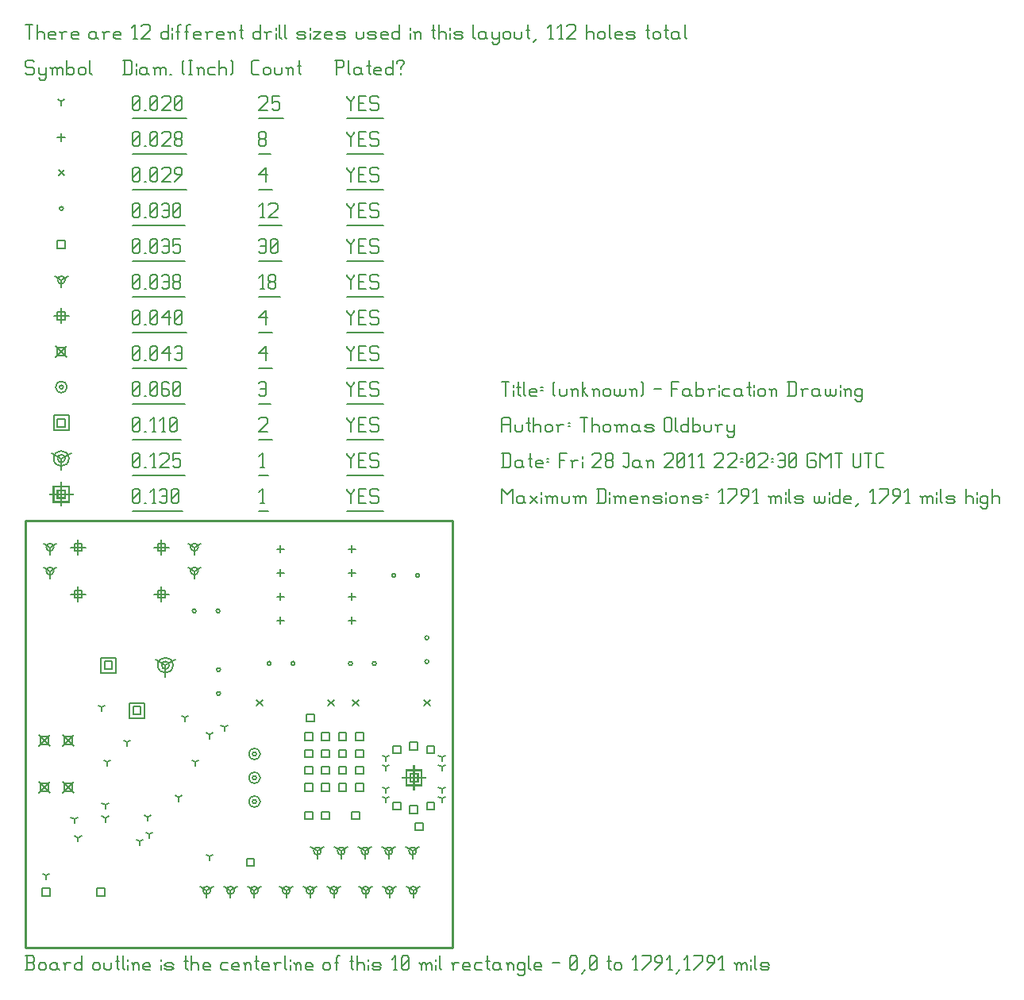
<source format=gbr>
G04 start of page 10 for group -3984 idx -3984 *
G04 Title: (unknown), fab *
G04 Creator: pcb 20091103 *
G04 CreationDate: Fri 28 Jan 2011 22:02:30 GMT UTC *
G04 For: thomas *
G04 Format: Gerber/RS-274X *
G04 PCB-Dimensions: 179130 179130 *
G04 PCB-Coordinate-Origin: lower left *
%MOIN*%
%FSLAX25Y25*%
%LNFAB*%
%ADD12C,0.0100*%
%ADD48R,0.0080X0.0080*%
%ADD49C,0.0060*%
G54D48*X163110Y76085D02*Y66485D01*
X158310Y71285D02*X167910D01*
X161510Y72885D02*X164710D01*
X161510D02*Y69685D01*
X164710D01*
Y72885D02*Y69685D01*
X159910Y74485D02*X166310D01*
X159910D02*Y68085D01*
X166310D01*
Y74485D02*Y68085D01*
X15000Y195180D02*Y185580D01*
X10200Y190380D02*X19800D01*
X13400Y191980D02*X16600D01*
X13400D02*Y188780D01*
X16600D01*
Y191980D02*Y188780D01*
X11800Y193580D02*X18200D01*
X11800D02*Y187180D01*
X18200D01*
Y193580D02*Y187180D01*
G54D49*X135000Y192630D02*Y191880D01*
X136500Y190380D01*
X138000Y191880D01*
Y192630D02*Y191880D01*
X136500Y190380D02*Y186630D01*
X139801Y189630D02*X142051D01*
X139801Y186630D02*X142801D01*
X139801Y192630D02*Y186630D01*
Y192630D02*X142801D01*
X147603D02*X148353Y191880D01*
X145353Y192630D02*X147603D01*
X144603Y191880D02*X145353Y192630D01*
X144603Y191880D02*Y190380D01*
X145353Y189630D01*
X147603D01*
X148353Y188880D01*
Y187380D01*
X147603Y186630D02*X148353Y187380D01*
X145353Y186630D02*X147603D01*
X144603Y187380D02*X145353Y186630D01*
X135000Y183379D02*X150154D01*
X98750Y186630D02*X100250D01*
X99500Y192630D02*Y186630D01*
X98000Y191130D02*X99500Y192630D01*
X98000Y183379D02*X102051D01*
X45000Y187380D02*X45750Y186630D01*
X45000Y191880D02*Y187380D01*
Y191880D02*X45750Y192630D01*
X47250D01*
X48000Y191880D01*
Y187380D01*
X47250Y186630D02*X48000Y187380D01*
X45750Y186630D02*X47250D01*
X45000Y188130D02*X48000Y191130D01*
X49801Y186630D02*X50551D01*
X53103D02*X54603D01*
X53853Y192630D02*Y186630D01*
X52353Y191130D02*X53853Y192630D01*
X56404Y191880D02*X57154Y192630D01*
X58654D01*
X59404Y191880D01*
Y187380D01*
X58654Y186630D02*X59404Y187380D01*
X57154Y186630D02*X58654D01*
X56404Y187380D02*X57154Y186630D01*
Y189630D02*X59404D01*
X61206Y187380D02*X61956Y186630D01*
X61206Y191880D02*Y187380D01*
Y191880D02*X61956Y192630D01*
X63456D01*
X64206Y191880D01*
Y187380D01*
X63456Y186630D02*X64206Y187380D01*
X61956Y186630D02*X63456D01*
X61206Y188130D02*X64206Y191130D01*
X45000Y183379D02*X66007D01*
X58707Y118564D02*Y113764D01*
Y118564D02*X62867Y120964D01*
X58707Y118564D02*X54547Y120964D01*
X57107Y118564D02*G75*G03X60307Y118564I1600J0D01*G01*
G75*G03X57107Y118564I-1600J0D01*G01*
X55507D02*G75*G03X61907Y118564I3200J0D01*G01*
G75*G03X55507Y118564I-3200J0D01*G01*
X15000Y205380D02*Y200580D01*
Y205380D02*X19160Y207780D01*
X15000Y205380D02*X10840Y207780D01*
X13400Y205380D02*G75*G03X16600Y205380I1600J0D01*G01*
G75*G03X13400Y205380I-1600J0D01*G01*
X11800D02*G75*G03X18200Y205380I3200J0D01*G01*
G75*G03X11800Y205380I-3200J0D01*G01*
X135000Y207630D02*Y206880D01*
X136500Y205380D01*
X138000Y206880D01*
Y207630D02*Y206880D01*
X136500Y205380D02*Y201630D01*
X139801Y204630D02*X142051D01*
X139801Y201630D02*X142801D01*
X139801Y207630D02*Y201630D01*
Y207630D02*X142801D01*
X147603D02*X148353Y206880D01*
X145353Y207630D02*X147603D01*
X144603Y206880D02*X145353Y207630D01*
X144603Y206880D02*Y205380D01*
X145353Y204630D01*
X147603D01*
X148353Y203880D01*
Y202380D01*
X147603Y201630D02*X148353Y202380D01*
X145353Y201630D02*X147603D01*
X144603Y202380D02*X145353Y201630D01*
X135000Y198379D02*X150154D01*
X98750Y201630D02*X100250D01*
X99500Y207630D02*Y201630D01*
X98000Y206130D02*X99500Y207630D01*
X98000Y198379D02*X102051D01*
X45000Y202380D02*X45750Y201630D01*
X45000Y206880D02*Y202380D01*
Y206880D02*X45750Y207630D01*
X47250D01*
X48000Y206880D01*
Y202380D01*
X47250Y201630D02*X48000Y202380D01*
X45750Y201630D02*X47250D01*
X45000Y203130D02*X48000Y206130D01*
X49801Y201630D02*X50551D01*
X53103D02*X54603D01*
X53853Y207630D02*Y201630D01*
X52353Y206130D02*X53853Y207630D01*
X56404Y206880D02*X57154Y207630D01*
X59404D01*
X60154Y206880D01*
Y205380D01*
X56404Y201630D02*X60154Y205380D01*
X56404Y201630D02*X60154D01*
X61956Y207630D02*X64956D01*
X61956D02*Y204630D01*
X62706Y205380D01*
X64206D01*
X64956Y204630D01*
Y202380D01*
X64206Y201630D02*X64956Y202380D01*
X62706Y201630D02*X64206D01*
X61956Y202380D02*X62706Y201630D01*
X45000Y198379D02*X66757D01*
X33107Y120164D02*X36307D01*
X33107D02*Y116964D01*
X36307D01*
Y120164D02*Y116964D01*
X31507Y121764D02*X37907D01*
X31507D02*Y115364D01*
X37907D01*
Y121764D02*Y115364D01*
X45107Y101164D02*X48307D01*
X45107D02*Y97964D01*
X48307D01*
Y101164D02*Y97964D01*
X43507Y102764D02*X49907D01*
X43507D02*Y96364D01*
X49907D01*
Y102764D02*Y96364D01*
X13400Y221980D02*X16600D01*
X13400D02*Y218780D01*
X16600D01*
Y221980D02*Y218780D01*
X11800Y223580D02*X18200D01*
X11800D02*Y217180D01*
X18200D01*
Y223580D02*Y217180D01*
X135000Y222630D02*Y221880D01*
X136500Y220380D01*
X138000Y221880D01*
Y222630D02*Y221880D01*
X136500Y220380D02*Y216630D01*
X139801Y219630D02*X142051D01*
X139801Y216630D02*X142801D01*
X139801Y222630D02*Y216630D01*
Y222630D02*X142801D01*
X147603D02*X148353Y221880D01*
X145353Y222630D02*X147603D01*
X144603Y221880D02*X145353Y222630D01*
X144603Y221880D02*Y220380D01*
X145353Y219630D01*
X147603D01*
X148353Y218880D01*
Y217380D01*
X147603Y216630D02*X148353Y217380D01*
X145353Y216630D02*X147603D01*
X144603Y217380D02*X145353Y216630D01*
X135000Y213379D02*X150154D01*
X98000Y221880D02*X98750Y222630D01*
X101000D01*
X101750Y221880D01*
Y220380D01*
X98000Y216630D02*X101750Y220380D01*
X98000Y216630D02*X101750D01*
X98000Y213379D02*X103551D01*
X45000Y217380D02*X45750Y216630D01*
X45000Y221880D02*Y217380D01*
Y221880D02*X45750Y222630D01*
X47250D01*
X48000Y221880D01*
Y217380D01*
X47250Y216630D02*X48000Y217380D01*
X45750Y216630D02*X47250D01*
X45000Y218130D02*X48000Y221130D01*
X49801Y216630D02*X50551D01*
X53103D02*X54603D01*
X53853Y222630D02*Y216630D01*
X52353Y221130D02*X53853Y222630D01*
X57154Y216630D02*X58654D01*
X57904Y222630D02*Y216630D01*
X56404Y221130D02*X57904Y222630D01*
X60456Y217380D02*X61206Y216630D01*
X60456Y221880D02*Y217380D01*
Y221880D02*X61206Y222630D01*
X62706D01*
X63456Y221880D01*
Y217380D01*
X62706Y216630D02*X63456Y217380D01*
X61206Y216630D02*X62706D01*
X60456Y218130D02*X63456Y221130D01*
X45000Y213379D02*X65257D01*
X95310Y81285D02*G75*G03X96910Y81285I800J0D01*G01*
G75*G03X95310Y81285I-800J0D01*G01*
X93710D02*G75*G03X98510Y81285I2400J0D01*G01*
G75*G03X93710Y81285I-2400J0D01*G01*
X95310Y71285D02*G75*G03X96910Y71285I800J0D01*G01*
G75*G03X95310Y71285I-800J0D01*G01*
X93710D02*G75*G03X98510Y71285I2400J0D01*G01*
G75*G03X93710Y71285I-2400J0D01*G01*
X95310Y61285D02*G75*G03X96910Y61285I800J0D01*G01*
G75*G03X95310Y61285I-800J0D01*G01*
X93710D02*G75*G03X98510Y61285I2400J0D01*G01*
G75*G03X93710Y61285I-2400J0D01*G01*
X14200Y235380D02*G75*G03X15800Y235380I800J0D01*G01*
G75*G03X14200Y235380I-800J0D01*G01*
X12600D02*G75*G03X17400Y235380I2400J0D01*G01*
G75*G03X12600Y235380I-2400J0D01*G01*
X135000Y237630D02*Y236880D01*
X136500Y235380D01*
X138000Y236880D01*
Y237630D02*Y236880D01*
X136500Y235380D02*Y231630D01*
X139801Y234630D02*X142051D01*
X139801Y231630D02*X142801D01*
X139801Y237630D02*Y231630D01*
Y237630D02*X142801D01*
X147603D02*X148353Y236880D01*
X145353Y237630D02*X147603D01*
X144603Y236880D02*X145353Y237630D01*
X144603Y236880D02*Y235380D01*
X145353Y234630D01*
X147603D01*
X148353Y233880D01*
Y232380D01*
X147603Y231630D02*X148353Y232380D01*
X145353Y231630D02*X147603D01*
X144603Y232380D02*X145353Y231630D01*
X135000Y228379D02*X150154D01*
X98000Y236880D02*X98750Y237630D01*
X100250D01*
X101000Y236880D01*
Y232380D01*
X100250Y231630D02*X101000Y232380D01*
X98750Y231630D02*X100250D01*
X98000Y232380D02*X98750Y231630D01*
Y234630D02*X101000D01*
X98000Y228379D02*X102801D01*
X45000Y232380D02*X45750Y231630D01*
X45000Y236880D02*Y232380D01*
Y236880D02*X45750Y237630D01*
X47250D01*
X48000Y236880D01*
Y232380D01*
X47250Y231630D02*X48000Y232380D01*
X45750Y231630D02*X47250D01*
X45000Y233130D02*X48000Y236130D01*
X49801Y231630D02*X50551D01*
X52353Y232380D02*X53103Y231630D01*
X52353Y236880D02*Y232380D01*
Y236880D02*X53103Y237630D01*
X54603D01*
X55353Y236880D01*
Y232380D01*
X54603Y231630D02*X55353Y232380D01*
X53103Y231630D02*X54603D01*
X52353Y233130D02*X55353Y236130D01*
X59404Y237630D02*X60154Y236880D01*
X57904Y237630D02*X59404D01*
X57154Y236880D02*X57904Y237630D01*
X57154Y236880D02*Y232380D01*
X57904Y231630D01*
X59404Y234630D02*X60154Y233880D01*
X57154Y234630D02*X59404D01*
X57904Y231630D02*X59404D01*
X60154Y232380D01*
Y233880D02*Y232380D01*
X61956D02*X62706Y231630D01*
X61956Y236880D02*Y232380D01*
Y236880D02*X62706Y237630D01*
X64206D01*
X64956Y236880D01*
Y232380D01*
X64206Y231630D02*X64956Y232380D01*
X62706Y231630D02*X64206D01*
X61956Y233130D02*X64956Y236130D01*
X45000Y228379D02*X66757D01*
X5474Y69719D02*X10274Y64919D01*
X5474D02*X10274Y69719D01*
X6274Y68919D02*X9474D01*
X6274D02*Y65719D01*
X9474D01*
Y68919D02*Y65719D01*
X15474Y69719D02*X20274Y64919D01*
X15474D02*X20274Y69719D01*
X16274Y68919D02*X19474D01*
X16274D02*Y65719D01*
X19474D01*
Y68919D02*Y65719D01*
X5474Y89404D02*X10274Y84604D01*
X5474D02*X10274Y89404D01*
X6274Y88604D02*X9474D01*
X6274D02*Y85404D01*
X9474D01*
Y88604D02*Y85404D01*
X15474Y89404D02*X20274Y84604D01*
X15474D02*X20274Y89404D01*
X16274Y88604D02*X19474D01*
X16274D02*Y85404D01*
X19474D01*
Y88604D02*Y85404D01*
X12600Y252780D02*X17400Y247980D01*
X12600D02*X17400Y252780D01*
X13400Y251980D02*X16600D01*
X13400D02*Y248780D01*
X16600D01*
Y251980D02*Y248780D01*
X135000Y252630D02*Y251880D01*
X136500Y250380D01*
X138000Y251880D01*
Y252630D02*Y251880D01*
X136500Y250380D02*Y246630D01*
X139801Y249630D02*X142051D01*
X139801Y246630D02*X142801D01*
X139801Y252630D02*Y246630D01*
Y252630D02*X142801D01*
X147603D02*X148353Y251880D01*
X145353Y252630D02*X147603D01*
X144603Y251880D02*X145353Y252630D01*
X144603Y251880D02*Y250380D01*
X145353Y249630D01*
X147603D01*
X148353Y248880D01*
Y247380D01*
X147603Y246630D02*X148353Y247380D01*
X145353Y246630D02*X147603D01*
X144603Y247380D02*X145353Y246630D01*
X135000Y243379D02*X150154D01*
X98000Y249630D02*X101000Y252630D01*
X98000Y249630D02*X101750D01*
X101000Y252630D02*Y246630D01*
X98000Y243379D02*X103551D01*
X45000Y247380D02*X45750Y246630D01*
X45000Y251880D02*Y247380D01*
Y251880D02*X45750Y252630D01*
X47250D01*
X48000Y251880D01*
Y247380D01*
X47250Y246630D02*X48000Y247380D01*
X45750Y246630D02*X47250D01*
X45000Y248130D02*X48000Y251130D01*
X49801Y246630D02*X50551D01*
X52353Y247380D02*X53103Y246630D01*
X52353Y251880D02*Y247380D01*
Y251880D02*X53103Y252630D01*
X54603D01*
X55353Y251880D01*
Y247380D01*
X54603Y246630D02*X55353Y247380D01*
X53103Y246630D02*X54603D01*
X52353Y248130D02*X55353Y251130D01*
X57154Y249630D02*X60154Y252630D01*
X57154Y249630D02*X60904D01*
X60154Y252630D02*Y246630D01*
X62706Y251880D02*X63456Y252630D01*
X64956D01*
X65706Y251880D01*
Y247380D01*
X64956Y246630D02*X65706Y247380D01*
X63456Y246630D02*X64956D01*
X62706Y247380D02*X63456Y246630D01*
Y249630D02*X65706D01*
X45000Y243379D02*X67507D01*
X57047Y151621D02*Y145221D01*
X53847Y148421D02*X60247D01*
X55447Y150021D02*X58647D01*
X55447D02*Y146821D01*
X58647D01*
Y150021D02*Y146821D01*
X22047Y151621D02*Y145221D01*
X18847Y148421D02*X25247D01*
X20447Y150021D02*X23647D01*
X20447D02*Y146821D01*
X23647D01*
Y150021D02*Y146821D01*
X57047Y171306D02*Y164906D01*
X53847Y168106D02*X60247D01*
X55447Y169706D02*X58647D01*
X55447D02*Y166506D01*
X58647D01*
Y169706D02*Y166506D01*
X22047Y171306D02*Y164906D01*
X18847Y168106D02*X25247D01*
X20447Y169706D02*X23647D01*
X20447D02*Y166506D01*
X23647D01*
Y169706D02*Y166506D01*
X15000Y268580D02*Y262180D01*
X11800Y265380D02*X18200D01*
X13400Y266980D02*X16600D01*
X13400D02*Y263780D01*
X16600D01*
Y266980D02*Y263780D01*
X135000Y267630D02*Y266880D01*
X136500Y265380D01*
X138000Y266880D01*
Y267630D02*Y266880D01*
X136500Y265380D02*Y261630D01*
X139801Y264630D02*X142051D01*
X139801Y261630D02*X142801D01*
X139801Y267630D02*Y261630D01*
Y267630D02*X142801D01*
X147603D02*X148353Y266880D01*
X145353Y267630D02*X147603D01*
X144603Y266880D02*X145353Y267630D01*
X144603Y266880D02*Y265380D01*
X145353Y264630D01*
X147603D01*
X148353Y263880D01*
Y262380D01*
X147603Y261630D02*X148353Y262380D01*
X145353Y261630D02*X147603D01*
X144603Y262380D02*X145353Y261630D01*
X135000Y258379D02*X150154D01*
X98000Y264630D02*X101000Y267630D01*
X98000Y264630D02*X101750D01*
X101000Y267630D02*Y261630D01*
X98000Y258379D02*X103551D01*
X45000Y262380D02*X45750Y261630D01*
X45000Y266880D02*Y262380D01*
Y266880D02*X45750Y267630D01*
X47250D01*
X48000Y266880D01*
Y262380D01*
X47250Y261630D02*X48000Y262380D01*
X45750Y261630D02*X47250D01*
X45000Y263130D02*X48000Y266130D01*
X49801Y261630D02*X50551D01*
X52353Y262380D02*X53103Y261630D01*
X52353Y266880D02*Y262380D01*
Y266880D02*X53103Y267630D01*
X54603D01*
X55353Y266880D01*
Y262380D01*
X54603Y261630D02*X55353Y262380D01*
X53103Y261630D02*X54603D01*
X52353Y263130D02*X55353Y266130D01*
X57154Y264630D02*X60154Y267630D01*
X57154Y264630D02*X60904D01*
X60154Y267630D02*Y261630D01*
X62706Y262380D02*X63456Y261630D01*
X62706Y266880D02*Y262380D01*
Y266880D02*X63456Y267630D01*
X64956D01*
X65706Y266880D01*
Y262380D01*
X64956Y261630D02*X65706Y262380D01*
X63456Y261630D02*X64956D01*
X62706Y263130D02*X65706Y266130D01*
X45000Y258379D02*X67507D01*
X162756Y24012D02*Y20812D01*
Y24012D02*X165529Y25612D01*
X162756Y24012D02*X159983Y25612D01*
X161156Y24012D02*G75*G03X164356Y24012I1600J0D01*G01*
G75*G03X161156Y24012I-1600J0D01*G01*
X152756D02*Y20812D01*
Y24012D02*X155529Y25612D01*
X152756Y24012D02*X149983Y25612D01*
X151156Y24012D02*G75*G03X154356Y24012I1600J0D01*G01*
G75*G03X151156Y24012I-1600J0D01*G01*
X142756D02*Y20812D01*
Y24012D02*X145529Y25612D01*
X142756Y24012D02*X139983Y25612D01*
X141156Y24012D02*G75*G03X144356Y24012I1600J0D01*G01*
G75*G03X141156Y24012I-1600J0D01*G01*
X96063D02*Y20812D01*
Y24012D02*X98836Y25612D01*
X96063Y24012D02*X93290Y25612D01*
X94463Y24012D02*G75*G03X97663Y24012I1600J0D01*G01*
G75*G03X94463Y24012I-1600J0D01*G01*
X86063D02*Y20812D01*
Y24012D02*X88836Y25612D01*
X86063Y24012D02*X83290Y25612D01*
X84463Y24012D02*G75*G03X87663Y24012I1600J0D01*G01*
G75*G03X84463Y24012I-1600J0D01*G01*
X76063D02*Y20812D01*
Y24012D02*X78836Y25612D01*
X76063Y24012D02*X73290Y25612D01*
X74463Y24012D02*G75*G03X77663Y24012I1600J0D01*G01*
G75*G03X74463Y24012I-1600J0D01*G01*
X162520Y40547D02*Y37347D01*
Y40547D02*X165293Y42147D01*
X162520Y40547D02*X159747Y42147D01*
X160920Y40547D02*G75*G03X164120Y40547I1600J0D01*G01*
G75*G03X160920Y40547I-1600J0D01*G01*
X152520D02*Y37347D01*
Y40547D02*X155293Y42147D01*
X152520Y40547D02*X149747Y42147D01*
X150920Y40547D02*G75*G03X154120Y40547I1600J0D01*G01*
G75*G03X150920Y40547I-1600J0D01*G01*
X142520D02*Y37347D01*
Y40547D02*X145293Y42147D01*
X142520Y40547D02*X139747Y42147D01*
X140920Y40547D02*G75*G03X144120Y40547I1600J0D01*G01*
G75*G03X140920Y40547I-1600J0D01*G01*
X132520D02*Y37347D01*
Y40547D02*X135293Y42147D01*
X132520Y40547D02*X129747Y42147D01*
X130920Y40547D02*G75*G03X134120Y40547I1600J0D01*G01*
G75*G03X130920Y40547I-1600J0D01*G01*
X122520D02*Y37347D01*
Y40547D02*X125293Y42147D01*
X122520Y40547D02*X119747Y42147D01*
X120920Y40547D02*G75*G03X124120Y40547I1600J0D01*G01*
G75*G03X120920Y40547I-1600J0D01*G01*
X129449Y24012D02*Y20812D01*
Y24012D02*X132222Y25612D01*
X129449Y24012D02*X126676Y25612D01*
X127849Y24012D02*G75*G03X131049Y24012I1600J0D01*G01*
G75*G03X127849Y24012I-1600J0D01*G01*
X119449D02*Y20812D01*
Y24012D02*X122222Y25612D01*
X119449Y24012D02*X116676Y25612D01*
X117849Y24012D02*G75*G03X121049Y24012I1600J0D01*G01*
G75*G03X117849Y24012I-1600J0D01*G01*
X109449D02*Y20812D01*
Y24012D02*X112222Y25612D01*
X109449Y24012D02*X106676Y25612D01*
X107849Y24012D02*G75*G03X111049Y24012I1600J0D01*G01*
G75*G03X107849Y24012I-1600J0D01*G01*
X10236Y168106D02*Y164906D01*
Y168106D02*X13009Y169706D01*
X10236Y168106D02*X7463Y169706D01*
X8636Y168106D02*G75*G03X11836Y168106I1600J0D01*G01*
G75*G03X8636Y168106I-1600J0D01*G01*
X10236Y158106D02*Y154906D01*
Y158106D02*X13009Y159706D01*
X10236Y158106D02*X7463Y159706D01*
X8636Y158106D02*G75*G03X11836Y158106I1600J0D01*G01*
G75*G03X8636Y158106I-1600J0D01*G01*
X70866D02*Y154906D01*
Y158106D02*X73639Y159706D01*
X70866Y158106D02*X68093Y159706D01*
X69266Y158106D02*G75*G03X72466Y158106I1600J0D01*G01*
G75*G03X69266Y158106I-1600J0D01*G01*
X70866Y168106D02*Y164906D01*
Y168106D02*X73639Y169706D01*
X70866Y168106D02*X68093Y169706D01*
X69266Y168106D02*G75*G03X72466Y168106I1600J0D01*G01*
G75*G03X69266Y168106I-1600J0D01*G01*
X15000Y280380D02*Y277180D01*
Y280380D02*X17773Y281980D01*
X15000Y280380D02*X12227Y281980D01*
X13400Y280380D02*G75*G03X16600Y280380I1600J0D01*G01*
G75*G03X13400Y280380I-1600J0D01*G01*
X135000Y282630D02*Y281880D01*
X136500Y280380D01*
X138000Y281880D01*
Y282630D02*Y281880D01*
X136500Y280380D02*Y276630D01*
X139801Y279630D02*X142051D01*
X139801Y276630D02*X142801D01*
X139801Y282630D02*Y276630D01*
Y282630D02*X142801D01*
X147603D02*X148353Y281880D01*
X145353Y282630D02*X147603D01*
X144603Y281880D02*X145353Y282630D01*
X144603Y281880D02*Y280380D01*
X145353Y279630D01*
X147603D01*
X148353Y278880D01*
Y277380D01*
X147603Y276630D02*X148353Y277380D01*
X145353Y276630D02*X147603D01*
X144603Y277380D02*X145353Y276630D01*
X135000Y273379D02*X150154D01*
X98750Y276630D02*X100250D01*
X99500Y282630D02*Y276630D01*
X98000Y281130D02*X99500Y282630D01*
X102051Y277380D02*X102801Y276630D01*
X102051Y278880D02*Y277380D01*
Y278880D02*X102801Y279630D01*
X104301D01*
X105051Y278880D01*
Y277380D01*
X104301Y276630D02*X105051Y277380D01*
X102801Y276630D02*X104301D01*
X102051Y280380D02*X102801Y279630D01*
X102051Y281880D02*Y280380D01*
Y281880D02*X102801Y282630D01*
X104301D01*
X105051Y281880D01*
Y280380D01*
X104301Y279630D02*X105051Y280380D01*
X98000Y273379D02*X106853D01*
X45000Y277380D02*X45750Y276630D01*
X45000Y281880D02*Y277380D01*
Y281880D02*X45750Y282630D01*
X47250D01*
X48000Y281880D01*
Y277380D01*
X47250Y276630D02*X48000Y277380D01*
X45750Y276630D02*X47250D01*
X45000Y278130D02*X48000Y281130D01*
X49801Y276630D02*X50551D01*
X52353Y277380D02*X53103Y276630D01*
X52353Y281880D02*Y277380D01*
Y281880D02*X53103Y282630D01*
X54603D01*
X55353Y281880D01*
Y277380D01*
X54603Y276630D02*X55353Y277380D01*
X53103Y276630D02*X54603D01*
X52353Y278130D02*X55353Y281130D01*
X57154Y281880D02*X57904Y282630D01*
X59404D01*
X60154Y281880D01*
Y277380D01*
X59404Y276630D02*X60154Y277380D01*
X57904Y276630D02*X59404D01*
X57154Y277380D02*X57904Y276630D01*
Y279630D02*X60154D01*
X61956Y277380D02*X62706Y276630D01*
X61956Y278880D02*Y277380D01*
Y278880D02*X62706Y279630D01*
X64206D01*
X64956Y278880D01*
Y277380D01*
X64206Y276630D02*X64956Y277380D01*
X62706Y276630D02*X64206D01*
X61956Y280380D02*X62706Y279630D01*
X61956Y281880D02*Y280380D01*
Y281880D02*X62706Y282630D01*
X64206D01*
X64956Y281880D01*
Y280380D01*
X64206Y279630D02*X64956Y280380D01*
X45000Y273379D02*X66757D01*
X118085Y98053D02*X121285D01*
X118085D02*Y94853D01*
X121285D01*
Y98053D02*Y94853D01*
X136983Y57108D02*X140183D01*
X136983D02*Y53908D01*
X140183D01*
Y57108D02*Y53908D01*
X92888Y37423D02*X96088D01*
X92888D02*Y34223D01*
X96088D01*
Y37423D02*Y34223D01*
X117298Y76006D02*X120498D01*
X117298D02*Y72806D01*
X120498D01*
Y76006D02*Y72806D01*
X124384Y57108D02*X127584D01*
X124384D02*Y53908D01*
X127584D01*
Y57108D02*Y53908D01*
X117298Y57108D02*X120498D01*
X117298D02*Y53908D01*
X120498D01*
Y57108D02*Y53908D01*
X117298Y83093D02*X120498D01*
X117298D02*Y79893D01*
X120498D01*
Y83093D02*Y79893D01*
X117298Y68920D02*X120498D01*
X117298D02*Y65720D01*
X120498D01*
Y68920D02*Y65720D01*
X131471Y90179D02*X134671D01*
X131471D02*Y86979D01*
X134671D01*
Y90179D02*Y86979D01*
X124384Y90179D02*X127584D01*
X124384D02*Y86979D01*
X127584D01*
Y90179D02*Y86979D01*
X117298Y90179D02*X120498D01*
X117298D02*Y86979D01*
X120498D01*
Y90179D02*Y86979D01*
X29896Y24824D02*X33096D01*
X29896D02*Y21624D01*
X33096D01*
Y24824D02*Y21624D01*
X138557Y90179D02*X141757D01*
X138557D02*Y86979D01*
X141757D01*
Y90179D02*Y86979D01*
X7061Y24824D02*X10261D01*
X7061D02*Y21624D01*
X10261D01*
Y24824D02*Y21624D01*
X131471Y68919D02*X134671D01*
X131471D02*Y65719D01*
X134671D01*
Y68919D02*Y65719D01*
X138557Y68919D02*X141757D01*
X138557D02*Y65719D01*
X141757D01*
Y68919D02*Y65719D01*
X124384Y68919D02*X127584D01*
X124384D02*Y65719D01*
X127584D01*
Y68919D02*Y65719D01*
X163754Y52384D02*X166954D01*
X163754D02*Y49184D01*
X166954D01*
Y52384D02*Y49184D01*
X124384Y76005D02*X127584D01*
X124384D02*Y72805D01*
X127584D01*
Y76005D02*Y72805D01*
X131471Y76005D02*X134671D01*
X131471D02*Y72805D01*
X134671D01*
Y76005D02*Y72805D01*
X138557Y83092D02*X141757D01*
X138557D02*Y79892D01*
X141757D01*
Y83092D02*Y79892D01*
X131471Y83092D02*X134671D01*
X131471D02*Y79892D01*
X134671D01*
Y83092D02*Y79892D01*
X124384Y83092D02*X127584D01*
X124384D02*Y79892D01*
X127584D01*
Y83092D02*Y79892D01*
X138557Y76005D02*X141757D01*
X138557D02*Y72805D01*
X141757D01*
Y76005D02*Y72805D01*
X154305Y84667D02*X157505D01*
X154305D02*Y81467D01*
X157505D01*
Y84667D02*Y81467D01*
X161392Y86242D02*X164592D01*
X161392D02*Y83042D01*
X164592D01*
Y86242D02*Y83042D01*
X154305Y61045D02*X157505D01*
X154305D02*Y57845D01*
X157505D01*
Y61045D02*Y57845D01*
X161392Y59470D02*X164592D01*
X161392D02*Y56270D01*
X164592D01*
Y59470D02*Y56270D01*
X168478Y84667D02*X171678D01*
X168478D02*Y81467D01*
X171678D01*
Y84667D02*Y81467D01*
X168478Y61045D02*X171678D01*
X168478D02*Y57845D01*
X171678D01*
Y61045D02*Y57845D01*
X13400Y296980D02*X16600D01*
X13400D02*Y293780D01*
X16600D01*
Y296980D02*Y293780D01*
X135000Y297630D02*Y296880D01*
X136500Y295380D01*
X138000Y296880D01*
Y297630D02*Y296880D01*
X136500Y295380D02*Y291630D01*
X139801Y294630D02*X142051D01*
X139801Y291630D02*X142801D01*
X139801Y297630D02*Y291630D01*
Y297630D02*X142801D01*
X147603D02*X148353Y296880D01*
X145353Y297630D02*X147603D01*
X144603Y296880D02*X145353Y297630D01*
X144603Y296880D02*Y295380D01*
X145353Y294630D01*
X147603D01*
X148353Y293880D01*
Y292380D01*
X147603Y291630D02*X148353Y292380D01*
X145353Y291630D02*X147603D01*
X144603Y292380D02*X145353Y291630D01*
X135000Y288379D02*X150154D01*
X98000Y296880D02*X98750Y297630D01*
X100250D01*
X101000Y296880D01*
Y292380D01*
X100250Y291630D02*X101000Y292380D01*
X98750Y291630D02*X100250D01*
X98000Y292380D02*X98750Y291630D01*
Y294630D02*X101000D01*
X102801Y292380D02*X103551Y291630D01*
X102801Y296880D02*Y292380D01*
Y296880D02*X103551Y297630D01*
X105051D01*
X105801Y296880D01*
Y292380D01*
X105051Y291630D02*X105801Y292380D01*
X103551Y291630D02*X105051D01*
X102801Y293130D02*X105801Y296130D01*
X98000Y288379D02*X107603D01*
X45000Y292380D02*X45750Y291630D01*
X45000Y296880D02*Y292380D01*
Y296880D02*X45750Y297630D01*
X47250D01*
X48000Y296880D01*
Y292380D01*
X47250Y291630D02*X48000Y292380D01*
X45750Y291630D02*X47250D01*
X45000Y293130D02*X48000Y296130D01*
X49801Y291630D02*X50551D01*
X52353Y292380D02*X53103Y291630D01*
X52353Y296880D02*Y292380D01*
Y296880D02*X53103Y297630D01*
X54603D01*
X55353Y296880D01*
Y292380D01*
X54603Y291630D02*X55353Y292380D01*
X53103Y291630D02*X54603D01*
X52353Y293130D02*X55353Y296130D01*
X57154Y296880D02*X57904Y297630D01*
X59404D01*
X60154Y296880D01*
Y292380D01*
X59404Y291630D02*X60154Y292380D01*
X57904Y291630D02*X59404D01*
X57154Y292380D02*X57904Y291630D01*
Y294630D02*X60154D01*
X61956Y297630D02*X64956D01*
X61956D02*Y294630D01*
X62706Y295380D01*
X64206D01*
X64956Y294630D01*
Y292380D01*
X64206Y291630D02*X64956Y292380D01*
X62706Y291630D02*X64206D01*
X61956Y292380D02*X62706Y291630D01*
X45000Y288379D02*X66757D01*
X153768Y156294D02*G75*G03X155368Y156294I800J0D01*G01*
G75*G03X153768Y156294I-800J0D01*G01*
X163768D02*G75*G03X165368Y156294I800J0D01*G01*
G75*G03X163768Y156294I-800J0D01*G01*
X145657Y119287D02*G75*G03X147257Y119287I800J0D01*G01*
G75*G03X145657Y119287I-800J0D01*G01*
X135657D02*G75*G03X137257Y119287I800J0D01*G01*
G75*G03X135657Y119287I-800J0D01*G01*
X101495Y119376D02*G75*G03X103095Y119376I800J0D01*G01*
G75*G03X101495Y119376I-800J0D01*G01*
X111495D02*G75*G03X113095Y119376I800J0D01*G01*
G75*G03X111495Y119376I-800J0D01*G01*
X80216Y106643D02*G75*G03X81816Y106643I800J0D01*G01*
G75*G03X80216Y106643I-800J0D01*G01*
Y116643D02*G75*G03X81816Y116643I800J0D01*G01*
G75*G03X80216Y116643I-800J0D01*G01*
X167704Y120075D02*G75*G03X169304Y120075I800J0D01*G01*
G75*G03X167704Y120075I-800J0D01*G01*
Y130075D02*G75*G03X169304Y130075I800J0D01*G01*
G75*G03X167704Y130075I-800J0D01*G01*
X70006Y141345D02*G75*G03X71606Y141345I800J0D01*G01*
G75*G03X70006Y141345I-800J0D01*G01*
X80006D02*G75*G03X81606Y141345I800J0D01*G01*
G75*G03X80006Y141345I-800J0D01*G01*
X14200Y310380D02*G75*G03X15800Y310380I800J0D01*G01*
G75*G03X14200Y310380I-800J0D01*G01*
X135000Y312630D02*Y311880D01*
X136500Y310380D01*
X138000Y311880D01*
Y312630D02*Y311880D01*
X136500Y310380D02*Y306630D01*
X139801Y309630D02*X142051D01*
X139801Y306630D02*X142801D01*
X139801Y312630D02*Y306630D01*
Y312630D02*X142801D01*
X147603D02*X148353Y311880D01*
X145353Y312630D02*X147603D01*
X144603Y311880D02*X145353Y312630D01*
X144603Y311880D02*Y310380D01*
X145353Y309630D01*
X147603D01*
X148353Y308880D01*
Y307380D01*
X147603Y306630D02*X148353Y307380D01*
X145353Y306630D02*X147603D01*
X144603Y307380D02*X145353Y306630D01*
X135000Y303379D02*X150154D01*
X98750Y306630D02*X100250D01*
X99500Y312630D02*Y306630D01*
X98000Y311130D02*X99500Y312630D01*
X102051Y311880D02*X102801Y312630D01*
X105051D01*
X105801Y311880D01*
Y310380D01*
X102051Y306630D02*X105801Y310380D01*
X102051Y306630D02*X105801D01*
X98000Y303379D02*X107603D01*
X45000Y307380D02*X45750Y306630D01*
X45000Y311880D02*Y307380D01*
Y311880D02*X45750Y312630D01*
X47250D01*
X48000Y311880D01*
Y307380D01*
X47250Y306630D02*X48000Y307380D01*
X45750Y306630D02*X47250D01*
X45000Y308130D02*X48000Y311130D01*
X49801Y306630D02*X50551D01*
X52353Y307380D02*X53103Y306630D01*
X52353Y311880D02*Y307380D01*
Y311880D02*X53103Y312630D01*
X54603D01*
X55353Y311880D01*
Y307380D01*
X54603Y306630D02*X55353Y307380D01*
X53103Y306630D02*X54603D01*
X52353Y308130D02*X55353Y311130D01*
X57154Y311880D02*X57904Y312630D01*
X59404D01*
X60154Y311880D01*
Y307380D01*
X59404Y306630D02*X60154Y307380D01*
X57904Y306630D02*X59404D01*
X57154Y307380D02*X57904Y306630D01*
Y309630D02*X60154D01*
X61956Y307380D02*X62706Y306630D01*
X61956Y311880D02*Y307380D01*
Y311880D02*X62706Y312630D01*
X64206D01*
X64956Y311880D01*
Y307380D01*
X64206Y306630D02*X64956Y307380D01*
X62706Y306630D02*X64206D01*
X61956Y308130D02*X64956Y311130D01*
X45000Y303379D02*X66757D01*
X167383Y103952D02*X169783Y101552D01*
X167383D02*X169783Y103952D01*
X137383D02*X139783Y101552D01*
X137383D02*X139783Y103952D01*
X127034Y104037D02*X129434Y101637D01*
X127034D02*X129434Y104037D01*
X97034D02*X99434Y101637D01*
X97034D02*X99434Y104037D01*
X13800Y326580D02*X16200Y324180D01*
X13800D02*X16200Y326580D01*
X135000Y327630D02*Y326880D01*
X136500Y325380D01*
X138000Y326880D01*
Y327630D02*Y326880D01*
X136500Y325380D02*Y321630D01*
X139801Y324630D02*X142051D01*
X139801Y321630D02*X142801D01*
X139801Y327630D02*Y321630D01*
Y327630D02*X142801D01*
X147603D02*X148353Y326880D01*
X145353Y327630D02*X147603D01*
X144603Y326880D02*X145353Y327630D01*
X144603Y326880D02*Y325380D01*
X145353Y324630D01*
X147603D01*
X148353Y323880D01*
Y322380D01*
X147603Y321630D02*X148353Y322380D01*
X145353Y321630D02*X147603D01*
X144603Y322380D02*X145353Y321630D01*
X135000Y318379D02*X150154D01*
X98000Y324630D02*X101000Y327630D01*
X98000Y324630D02*X101750D01*
X101000Y327630D02*Y321630D01*
X98000Y318379D02*X103551D01*
X45000Y322380D02*X45750Y321630D01*
X45000Y326880D02*Y322380D01*
Y326880D02*X45750Y327630D01*
X47250D01*
X48000Y326880D01*
Y322380D01*
X47250Y321630D02*X48000Y322380D01*
X45750Y321630D02*X47250D01*
X45000Y323130D02*X48000Y326130D01*
X49801Y321630D02*X50551D01*
X52353Y322380D02*X53103Y321630D01*
X52353Y326880D02*Y322380D01*
Y326880D02*X53103Y327630D01*
X54603D01*
X55353Y326880D01*
Y322380D01*
X54603Y321630D02*X55353Y322380D01*
X53103Y321630D02*X54603D01*
X52353Y323130D02*X55353Y326130D01*
X57154Y326880D02*X57904Y327630D01*
X60154D01*
X60904Y326880D01*
Y325380D01*
X57154Y321630D02*X60904Y325380D01*
X57154Y321630D02*X60904D01*
X62706D02*X65706Y324630D01*
Y326880D02*Y324630D01*
X64956Y327630D02*X65706Y326880D01*
X63456Y327630D02*X64956D01*
X62706Y326880D02*X63456Y327630D01*
X62706Y326880D02*Y325380D01*
X63456Y324630D01*
X65706D01*
X45000Y318379D02*X67507D01*
X107081Y169020D02*Y165820D01*
X105481Y167420D02*X108681D01*
X107081Y159020D02*Y155820D01*
X105481Y157420D02*X108681D01*
X107081Y149020D02*Y145820D01*
X105481Y147420D02*X108681D01*
X107081Y139020D02*Y135820D01*
X105481Y137420D02*X108681D01*
X137081Y139020D02*Y135820D01*
X135481Y137420D02*X138681D01*
X137081Y149020D02*Y145820D01*
X135481Y147420D02*X138681D01*
X137081Y159020D02*Y155820D01*
X135481Y157420D02*X138681D01*
X137081Y169020D02*Y165820D01*
X135481Y167420D02*X138681D01*
X15000Y341980D02*Y338780D01*
X13400Y340380D02*X16600D01*
X135000Y342630D02*Y341880D01*
X136500Y340380D01*
X138000Y341880D01*
Y342630D02*Y341880D01*
X136500Y340380D02*Y336630D01*
X139801Y339630D02*X142051D01*
X139801Y336630D02*X142801D01*
X139801Y342630D02*Y336630D01*
Y342630D02*X142801D01*
X147603D02*X148353Y341880D01*
X145353Y342630D02*X147603D01*
X144603Y341880D02*X145353Y342630D01*
X144603Y341880D02*Y340380D01*
X145353Y339630D01*
X147603D01*
X148353Y338880D01*
Y337380D01*
X147603Y336630D02*X148353Y337380D01*
X145353Y336630D02*X147603D01*
X144603Y337380D02*X145353Y336630D01*
X135000Y333379D02*X150154D01*
X98000Y337380D02*X98750Y336630D01*
X98000Y338880D02*Y337380D01*
Y338880D02*X98750Y339630D01*
X100250D01*
X101000Y338880D01*
Y337380D01*
X100250Y336630D02*X101000Y337380D01*
X98750Y336630D02*X100250D01*
X98000Y340380D02*X98750Y339630D01*
X98000Y341880D02*Y340380D01*
Y341880D02*X98750Y342630D01*
X100250D01*
X101000Y341880D01*
Y340380D01*
X100250Y339630D02*X101000Y340380D01*
X98000Y333379D02*X102801D01*
X45000Y337380D02*X45750Y336630D01*
X45000Y341880D02*Y337380D01*
Y341880D02*X45750Y342630D01*
X47250D01*
X48000Y341880D01*
Y337380D01*
X47250Y336630D02*X48000Y337380D01*
X45750Y336630D02*X47250D01*
X45000Y338130D02*X48000Y341130D01*
X49801Y336630D02*X50551D01*
X52353Y337380D02*X53103Y336630D01*
X52353Y341880D02*Y337380D01*
Y341880D02*X53103Y342630D01*
X54603D01*
X55353Y341880D01*
Y337380D01*
X54603Y336630D02*X55353Y337380D01*
X53103Y336630D02*X54603D01*
X52353Y338130D02*X55353Y341130D01*
X57154Y341880D02*X57904Y342630D01*
X60154D01*
X60904Y341880D01*
Y340380D01*
X57154Y336630D02*X60904Y340380D01*
X57154Y336630D02*X60904D01*
X62706Y337380D02*X63456Y336630D01*
X62706Y338880D02*Y337380D01*
Y338880D02*X63456Y339630D01*
X64956D01*
X65706Y338880D01*
Y337380D01*
X64956Y336630D02*X65706Y337380D01*
X63456Y336630D02*X64956D01*
X62706Y340380D02*X63456Y339630D01*
X62706Y341880D02*Y340380D01*
Y341880D02*X63456Y342630D01*
X64956D01*
X65706Y341880D01*
Y340380D01*
X64956Y339630D02*X65706Y340380D01*
X45000Y333379D02*X67507D01*
X34252Y77949D02*Y76349D01*
Y77949D02*X35638Y78749D01*
X34252Y77949D02*X32866Y78749D01*
X64173Y62988D02*Y61388D01*
Y62988D02*X65559Y63788D01*
X64173Y62988D02*X62787Y63788D01*
X71259Y77949D02*Y76349D01*
Y77949D02*X72645Y78749D01*
X71259Y77949D02*X69873Y78749D01*
X174802Y75980D02*Y74380D01*
Y75980D02*X176188Y76780D01*
X174802Y75980D02*X173416Y76780D01*
X33464Y54327D02*Y52727D01*
Y54327D02*X34850Y55127D01*
X33464Y54327D02*X32078Y55127D01*
X33464Y59838D02*Y58238D01*
Y59838D02*X34850Y60638D01*
X33464Y59838D02*X32078Y60638D01*
X51969Y47634D02*Y46034D01*
Y47634D02*X53355Y48434D01*
X51969Y47634D02*X50583Y48434D01*
X51181Y54721D02*Y53121D01*
Y54721D02*X52567Y55521D01*
X51181Y54721D02*X49795Y55521D01*
X77165Y89366D02*Y87766D01*
Y89366D02*X78551Y90166D01*
X77165Y89366D02*X75779Y90166D01*
X31889Y100783D02*Y99183D01*
Y100783D02*X33275Y101583D01*
X31889Y100783D02*X30503Y101583D01*
X42520Y86217D02*Y84617D01*
Y86217D02*X43906Y87017D01*
X42520Y86217D02*X41134Y87017D01*
X66929Y96453D02*Y94853D01*
Y96453D02*X68315Y97253D01*
X66929Y96453D02*X65543Y97253D01*
X83465Y92516D02*Y90916D01*
Y92516D02*X84851Y93316D01*
X83465Y92516D02*X82079Y93316D01*
X77165Y38185D02*Y36585D01*
Y38185D02*X78551Y38985D01*
X77165Y38185D02*X75779Y38985D01*
X48031Y44484D02*Y42884D01*
Y44484D02*X49417Y45284D01*
X48031Y44484D02*X46645Y45284D01*
X8661Y30311D02*Y28711D01*
Y30311D02*X10047Y31111D01*
X8661Y30311D02*X7275Y31111D01*
X20472Y53933D02*Y52333D01*
Y53933D02*X21858Y54733D01*
X20472Y53933D02*X19086Y54733D01*
X22047Y46059D02*Y44459D01*
Y46059D02*X23433Y46859D01*
X22047Y46059D02*X20661Y46859D01*
X151180Y66532D02*Y64932D01*
Y66532D02*X152566Y67332D01*
X151180Y66532D02*X149794Y67332D01*
X151180Y75980D02*Y74380D01*
Y75980D02*X152566Y76780D01*
X151180Y75980D02*X149794Y76780D01*
X151180Y79917D02*Y78317D01*
Y79917D02*X152566Y80717D01*
X151180Y79917D02*X149794Y80717D01*
X151180Y62595D02*Y60995D01*
Y62595D02*X152566Y63395D01*
X151180Y62595D02*X149794Y63395D01*
X174802Y79917D02*Y78317D01*
Y79917D02*X176188Y80717D01*
X174802Y79917D02*X173416Y80717D01*
X174802Y66532D02*Y64932D01*
Y66532D02*X176188Y67332D01*
X174802Y66532D02*X173416Y67332D01*
X174802Y62595D02*Y60995D01*
Y62595D02*X176188Y63395D01*
X174802Y62595D02*X173416Y63395D01*
X15000Y355380D02*Y353780D01*
Y355380D02*X16386Y356180D01*
X15000Y355380D02*X13614Y356180D01*
X135000Y357630D02*Y356880D01*
X136500Y355380D01*
X138000Y356880D01*
Y357630D02*Y356880D01*
X136500Y355380D02*Y351630D01*
X139801Y354630D02*X142051D01*
X139801Y351630D02*X142801D01*
X139801Y357630D02*Y351630D01*
Y357630D02*X142801D01*
X147603D02*X148353Y356880D01*
X145353Y357630D02*X147603D01*
X144603Y356880D02*X145353Y357630D01*
X144603Y356880D02*Y355380D01*
X145353Y354630D01*
X147603D01*
X148353Y353880D01*
Y352380D01*
X147603Y351630D02*X148353Y352380D01*
X145353Y351630D02*X147603D01*
X144603Y352380D02*X145353Y351630D01*
X135000Y348379D02*X150154D01*
X98000Y356880D02*X98750Y357630D01*
X101000D01*
X101750Y356880D01*
Y355380D01*
X98000Y351630D02*X101750Y355380D01*
X98000Y351630D02*X101750D01*
X103551Y357630D02*X106551D01*
X103551D02*Y354630D01*
X104301Y355380D01*
X105801D01*
X106551Y354630D01*
Y352380D01*
X105801Y351630D02*X106551Y352380D01*
X104301Y351630D02*X105801D01*
X103551Y352380D02*X104301Y351630D01*
X98000Y348379D02*X108353D01*
X45000Y352380D02*X45750Y351630D01*
X45000Y356880D02*Y352380D01*
Y356880D02*X45750Y357630D01*
X47250D01*
X48000Y356880D01*
Y352380D01*
X47250Y351630D02*X48000Y352380D01*
X45750Y351630D02*X47250D01*
X45000Y353130D02*X48000Y356130D01*
X49801Y351630D02*X50551D01*
X52353Y352380D02*X53103Y351630D01*
X52353Y356880D02*Y352380D01*
Y356880D02*X53103Y357630D01*
X54603D01*
X55353Y356880D01*
Y352380D01*
X54603Y351630D02*X55353Y352380D01*
X53103Y351630D02*X54603D01*
X52353Y353130D02*X55353Y356130D01*
X57154Y356880D02*X57904Y357630D01*
X60154D01*
X60904Y356880D01*
Y355380D01*
X57154Y351630D02*X60904Y355380D01*
X57154Y351630D02*X60904D01*
X62706Y352380D02*X63456Y351630D01*
X62706Y356880D02*Y352380D01*
Y356880D02*X63456Y357630D01*
X64956D01*
X65706Y356880D01*
Y352380D01*
X64956Y351630D02*X65706Y352380D01*
X63456Y351630D02*X64956D01*
X62706Y353130D02*X65706Y356130D01*
X45000Y348379D02*X67507D01*
X3000Y372630D02*X3750Y371880D01*
X750Y372630D02*X3000D01*
X0Y371880D02*X750Y372630D01*
X0Y371880D02*Y370380D01*
X750Y369630D01*
X3000D01*
X3750Y368880D01*
Y367380D01*
X3000Y366630D02*X3750Y367380D01*
X750Y366630D02*X3000D01*
X0Y367380D02*X750Y366630D01*
X5551Y369630D02*Y367380D01*
X6301Y366630D01*
X8551Y369630D02*Y365130D01*
X7801Y364380D02*X8551Y365130D01*
X6301Y364380D02*X7801D01*
X5551Y365130D02*X6301Y364380D01*
Y366630D02*X7801D01*
X8551Y367380D01*
X11103Y368880D02*Y366630D01*
Y368880D02*X11853Y369630D01*
X12603D01*
X13353Y368880D01*
Y366630D01*
Y368880D02*X14103Y369630D01*
X14853D01*
X15603Y368880D01*
Y366630D01*
X10353Y369630D02*X11103Y368880D01*
X17404Y372630D02*Y366630D01*
Y367380D02*X18154Y366630D01*
X19654D01*
X20404Y367380D01*
Y368880D02*Y367380D01*
X19654Y369630D02*X20404Y368880D01*
X18154Y369630D02*X19654D01*
X17404Y368880D02*X18154Y369630D01*
X22206Y368880D02*Y367380D01*
Y368880D02*X22956Y369630D01*
X24456D01*
X25206Y368880D01*
Y367380D01*
X24456Y366630D02*X25206Y367380D01*
X22956Y366630D02*X24456D01*
X22206Y367380D02*X22956Y366630D01*
X27007Y372630D02*Y367380D01*
X27757Y366630D01*
X41750Y372630D02*Y366630D01*
X44000Y372630D02*X44750Y371880D01*
Y367380D01*
X44000Y366630D02*X44750Y367380D01*
X41000Y366630D02*X44000D01*
X41000Y372630D02*X44000D01*
X46551Y371130D02*Y370380D01*
Y368880D02*Y366630D01*
X50303Y369630D02*X51053Y368880D01*
X48803Y369630D02*X50303D01*
X48053Y368880D02*X48803Y369630D01*
X48053Y368880D02*Y367380D01*
X48803Y366630D01*
X51053Y369630D02*Y367380D01*
X51803Y366630D01*
X48803D02*X50303D01*
X51053Y367380D01*
X54354Y368880D02*Y366630D01*
Y368880D02*X55104Y369630D01*
X55854D01*
X56604Y368880D01*
Y366630D01*
Y368880D02*X57354Y369630D01*
X58104D01*
X58854Y368880D01*
Y366630D01*
X53604Y369630D02*X54354Y368880D01*
X60656Y366630D02*X61406D01*
X65907Y367380D02*X66657Y366630D01*
X65907Y371880D02*X66657Y372630D01*
X65907Y371880D02*Y367380D01*
X68459Y372630D02*X69959D01*
X69209D02*Y366630D01*
X68459D02*X69959D01*
X72510Y368880D02*Y366630D01*
Y368880D02*X73260Y369630D01*
X74010D01*
X74760Y368880D01*
Y366630D01*
X71760Y369630D02*X72510Y368880D01*
X77312Y369630D02*X79562D01*
X76562Y368880D02*X77312Y369630D01*
X76562Y368880D02*Y367380D01*
X77312Y366630D01*
X79562D01*
X81363Y372630D02*Y366630D01*
Y368880D02*X82113Y369630D01*
X83613D01*
X84363Y368880D01*
Y366630D01*
X86165Y372630D02*X86915Y371880D01*
Y367380D01*
X86165Y366630D02*X86915Y367380D01*
X95750Y366630D02*X98000D01*
X95000Y367380D02*X95750Y366630D01*
X95000Y371880D02*Y367380D01*
Y371880D02*X95750Y372630D01*
X98000D01*
X99801Y368880D02*Y367380D01*
Y368880D02*X100551Y369630D01*
X102051D01*
X102801Y368880D01*
Y367380D01*
X102051Y366630D02*X102801Y367380D01*
X100551Y366630D02*X102051D01*
X99801Y367380D02*X100551Y366630D01*
X104603Y369630D02*Y367380D01*
X105353Y366630D01*
X106853D01*
X107603Y367380D01*
Y369630D02*Y367380D01*
X110154Y368880D02*Y366630D01*
Y368880D02*X110904Y369630D01*
X111654D01*
X112404Y368880D01*
Y366630D01*
X109404Y369630D02*X110154Y368880D01*
X114956Y372630D02*Y367380D01*
X115706Y366630D01*
X114206Y370380D02*X115706D01*
X130750Y372630D02*Y366630D01*
X130000Y372630D02*X133000D01*
X133750Y371880D01*
Y370380D01*
X133000Y369630D02*X133750Y370380D01*
X130750Y369630D02*X133000D01*
X135551Y372630D02*Y367380D01*
X136301Y366630D01*
X140053Y369630D02*X140803Y368880D01*
X138553Y369630D02*X140053D01*
X137803Y368880D02*X138553Y369630D01*
X137803Y368880D02*Y367380D01*
X138553Y366630D01*
X140803Y369630D02*Y367380D01*
X141553Y366630D01*
X138553D02*X140053D01*
X140803Y367380D01*
X144104Y372630D02*Y367380D01*
X144854Y366630D01*
X143354Y370380D02*X144854D01*
X147106Y366630D02*X149356D01*
X146356Y367380D02*X147106Y366630D01*
X146356Y368880D02*Y367380D01*
Y368880D02*X147106Y369630D01*
X148606D01*
X149356Y368880D01*
X146356Y368130D02*X149356D01*
Y368880D02*Y368130D01*
X154157Y372630D02*Y366630D01*
X153407D02*X154157Y367380D01*
X151907Y366630D02*X153407D01*
X151157Y367380D02*X151907Y366630D01*
X151157Y368880D02*Y367380D01*
Y368880D02*X151907Y369630D01*
X153407D01*
X154157Y368880D01*
X157459Y369630D02*Y368880D01*
Y367380D02*Y366630D01*
X155959Y371880D02*Y371130D01*
Y371880D02*X156709Y372630D01*
X158209D01*
X158959Y371880D01*
Y371130D01*
X157459Y369630D02*X158959Y371130D01*
X0Y387630D02*X3000D01*
X1500D02*Y381630D01*
X4801Y387630D02*Y381630D01*
Y383880D02*X5551Y384630D01*
X7051D01*
X7801Y383880D01*
Y381630D01*
X10353D02*X12603D01*
X9603Y382380D02*X10353Y381630D01*
X9603Y383880D02*Y382380D01*
Y383880D02*X10353Y384630D01*
X11853D01*
X12603Y383880D01*
X9603Y383130D02*X12603D01*
Y383880D02*Y383130D01*
X15154Y383880D02*Y381630D01*
Y383880D02*X15904Y384630D01*
X17404D01*
X14404D02*X15154Y383880D01*
X19956Y381630D02*X22206D01*
X19206Y382380D02*X19956Y381630D01*
X19206Y383880D02*Y382380D01*
Y383880D02*X19956Y384630D01*
X21456D01*
X22206Y383880D01*
X19206Y383130D02*X22206D01*
Y383880D02*Y383130D01*
X28957Y384630D02*X29707Y383880D01*
X27457Y384630D02*X28957D01*
X26707Y383880D02*X27457Y384630D01*
X26707Y383880D02*Y382380D01*
X27457Y381630D01*
X29707Y384630D02*Y382380D01*
X30457Y381630D01*
X27457D02*X28957D01*
X29707Y382380D01*
X33009Y383880D02*Y381630D01*
Y383880D02*X33759Y384630D01*
X35259D01*
X32259D02*X33009Y383880D01*
X37810Y381630D02*X40060D01*
X37060Y382380D02*X37810Y381630D01*
X37060Y383880D02*Y382380D01*
Y383880D02*X37810Y384630D01*
X39310D01*
X40060Y383880D01*
X37060Y383130D02*X40060D01*
Y383880D02*Y383130D01*
X45312Y381630D02*X46812D01*
X46062Y387630D02*Y381630D01*
X44562Y386130D02*X46062Y387630D01*
X48613Y386880D02*X49363Y387630D01*
X51613D01*
X52363Y386880D01*
Y385380D01*
X48613Y381630D02*X52363Y385380D01*
X48613Y381630D02*X52363D01*
X59865Y387630D02*Y381630D01*
X59115D02*X59865Y382380D01*
X57615Y381630D02*X59115D01*
X56865Y382380D02*X57615Y381630D01*
X56865Y383880D02*Y382380D01*
Y383880D02*X57615Y384630D01*
X59115D01*
X59865Y383880D01*
X61666Y386130D02*Y385380D01*
Y383880D02*Y381630D01*
X63918Y386880D02*Y381630D01*
Y386880D02*X64668Y387630D01*
X65418D01*
X63168Y384630D02*X64668D01*
X67669Y386880D02*Y381630D01*
Y386880D02*X68419Y387630D01*
X69169D01*
X66919Y384630D02*X68419D01*
X71421Y381630D02*X73671D01*
X70671Y382380D02*X71421Y381630D01*
X70671Y383880D02*Y382380D01*
Y383880D02*X71421Y384630D01*
X72921D01*
X73671Y383880D01*
X70671Y383130D02*X73671D01*
Y383880D02*Y383130D01*
X76222Y383880D02*Y381630D01*
Y383880D02*X76972Y384630D01*
X78472D01*
X75472D02*X76222Y383880D01*
X81024Y381630D02*X83274D01*
X80274Y382380D02*X81024Y381630D01*
X80274Y383880D02*Y382380D01*
Y383880D02*X81024Y384630D01*
X82524D01*
X83274Y383880D01*
X80274Y383130D02*X83274D01*
Y383880D02*Y383130D01*
X85825Y383880D02*Y381630D01*
Y383880D02*X86575Y384630D01*
X87325D01*
X88075Y383880D01*
Y381630D01*
X85075Y384630D02*X85825Y383880D01*
X90627Y387630D02*Y382380D01*
X91377Y381630D01*
X89877Y385380D02*X91377D01*
X98578Y387630D02*Y381630D01*
X97828D02*X98578Y382380D01*
X96328Y381630D02*X97828D01*
X95578Y382380D02*X96328Y381630D01*
X95578Y383880D02*Y382380D01*
Y383880D02*X96328Y384630D01*
X97828D01*
X98578Y383880D01*
X101130D02*Y381630D01*
Y383880D02*X101880Y384630D01*
X103380D01*
X100380D02*X101130Y383880D01*
X105181Y386130D02*Y385380D01*
Y383880D02*Y381630D01*
X106683Y387630D02*Y382380D01*
X107433Y381630D01*
X108934Y387630D02*Y382380D01*
X109684Y381630D01*
X114636D02*X116886D01*
X117636Y382380D01*
X116886Y383130D02*X117636Y382380D01*
X114636Y383130D02*X116886D01*
X113886Y383880D02*X114636Y383130D01*
X113886Y383880D02*X114636Y384630D01*
X116886D01*
X117636Y383880D01*
X113886Y382380D02*X114636Y381630D01*
X119437Y386130D02*Y385380D01*
Y383880D02*Y381630D01*
X120939Y384630D02*X123939D01*
X120939Y381630D02*X123939Y384630D01*
X120939Y381630D02*X123939D01*
X126490D02*X128740D01*
X125740Y382380D02*X126490Y381630D01*
X125740Y383880D02*Y382380D01*
Y383880D02*X126490Y384630D01*
X127990D01*
X128740Y383880D01*
X125740Y383130D02*X128740D01*
Y383880D02*Y383130D01*
X131292Y381630D02*X133542D01*
X134292Y382380D01*
X133542Y383130D02*X134292Y382380D01*
X131292Y383130D02*X133542D01*
X130542Y383880D02*X131292Y383130D01*
X130542Y383880D02*X131292Y384630D01*
X133542D01*
X134292Y383880D01*
X130542Y382380D02*X131292Y381630D01*
X138793Y384630D02*Y382380D01*
X139543Y381630D01*
X141043D01*
X141793Y382380D01*
Y384630D02*Y382380D01*
X144345Y381630D02*X146595D01*
X147345Y382380D01*
X146595Y383130D02*X147345Y382380D01*
X144345Y383130D02*X146595D01*
X143595Y383880D02*X144345Y383130D01*
X143595Y383880D02*X144345Y384630D01*
X146595D01*
X147345Y383880D01*
X143595Y382380D02*X144345Y381630D01*
X149896D02*X152146D01*
X149146Y382380D02*X149896Y381630D01*
X149146Y383880D02*Y382380D01*
Y383880D02*X149896Y384630D01*
X151396D01*
X152146Y383880D01*
X149146Y383130D02*X152146D01*
Y383880D02*Y383130D01*
X156948Y387630D02*Y381630D01*
X156198D02*X156948Y382380D01*
X154698Y381630D02*X156198D01*
X153948Y382380D02*X154698Y381630D01*
X153948Y383880D02*Y382380D01*
Y383880D02*X154698Y384630D01*
X156198D01*
X156948Y383880D01*
X161449Y386130D02*Y385380D01*
Y383880D02*Y381630D01*
X163701Y383880D02*Y381630D01*
Y383880D02*X164451Y384630D01*
X165201D01*
X165951Y383880D01*
Y381630D01*
X162951Y384630D02*X163701Y383880D01*
X171202Y387630D02*Y382380D01*
X171952Y381630D01*
X170452Y385380D02*X171952D01*
X173454Y387630D02*Y381630D01*
Y383880D02*X174204Y384630D01*
X175704D01*
X176454Y383880D01*
Y381630D01*
X178255Y386130D02*Y385380D01*
Y383880D02*Y381630D01*
X180507D02*X182757D01*
X183507Y382380D01*
X182757Y383130D02*X183507Y382380D01*
X180507Y383130D02*X182757D01*
X179757Y383880D02*X180507Y383130D01*
X179757Y383880D02*X180507Y384630D01*
X182757D01*
X183507Y383880D01*
X179757Y382380D02*X180507Y381630D01*
X188008Y387630D02*Y382380D01*
X188758Y381630D01*
X192510Y384630D02*X193260Y383880D01*
X191010Y384630D02*X192510D01*
X190260Y383880D02*X191010Y384630D01*
X190260Y383880D02*Y382380D01*
X191010Y381630D01*
X193260Y384630D02*Y382380D01*
X194010Y381630D01*
X191010D02*X192510D01*
X193260Y382380D01*
X195811Y384630D02*Y382380D01*
X196561Y381630D01*
X198811Y384630D02*Y380130D01*
X198061Y379380D02*X198811Y380130D01*
X196561Y379380D02*X198061D01*
X195811Y380130D02*X196561Y379380D01*
Y381630D02*X198061D01*
X198811Y382380D01*
X200613Y383880D02*Y382380D01*
Y383880D02*X201363Y384630D01*
X202863D01*
X203613Y383880D01*
Y382380D01*
X202863Y381630D02*X203613Y382380D01*
X201363Y381630D02*X202863D01*
X200613Y382380D02*X201363Y381630D01*
X205414Y384630D02*Y382380D01*
X206164Y381630D01*
X207664D01*
X208414Y382380D01*
Y384630D02*Y382380D01*
X210966Y387630D02*Y382380D01*
X211716Y381630D01*
X210216Y385380D02*X211716D01*
X213217Y380130D02*X214717Y381630D01*
X219969D02*X221469D01*
X220719Y387630D02*Y381630D01*
X219219Y386130D02*X220719Y387630D01*
X224020Y381630D02*X225520D01*
X224770Y387630D02*Y381630D01*
X223270Y386130D02*X224770Y387630D01*
X227322Y386880D02*X228072Y387630D01*
X230322D01*
X231072Y386880D01*
Y385380D01*
X227322Y381630D02*X231072Y385380D01*
X227322Y381630D02*X231072D01*
X235573Y387630D02*Y381630D01*
Y383880D02*X236323Y384630D01*
X237823D01*
X238573Y383880D01*
Y381630D01*
X240375Y383880D02*Y382380D01*
Y383880D02*X241125Y384630D01*
X242625D01*
X243375Y383880D01*
Y382380D01*
X242625Y381630D02*X243375Y382380D01*
X241125Y381630D02*X242625D01*
X240375Y382380D02*X241125Y381630D01*
X245176Y387630D02*Y382380D01*
X245926Y381630D01*
X248178D02*X250428D01*
X247428Y382380D02*X248178Y381630D01*
X247428Y383880D02*Y382380D01*
Y383880D02*X248178Y384630D01*
X249678D01*
X250428Y383880D01*
X247428Y383130D02*X250428D01*
Y383880D02*Y383130D01*
X252979Y381630D02*X255229D01*
X255979Y382380D01*
X255229Y383130D02*X255979Y382380D01*
X252979Y383130D02*X255229D01*
X252229Y383880D02*X252979Y383130D01*
X252229Y383880D02*X252979Y384630D01*
X255229D01*
X255979Y383880D01*
X252229Y382380D02*X252979Y381630D01*
X261231Y387630D02*Y382380D01*
X261981Y381630D01*
X260481Y385380D02*X261981D01*
X263482Y383880D02*Y382380D01*
Y383880D02*X264232Y384630D01*
X265732D01*
X266482Y383880D01*
Y382380D01*
X265732Y381630D02*X266482Y382380D01*
X264232Y381630D02*X265732D01*
X263482Y382380D02*X264232Y381630D01*
X269034Y387630D02*Y382380D01*
X269784Y381630D01*
X268284Y385380D02*X269784D01*
X273535Y384630D02*X274285Y383880D01*
X272035Y384630D02*X273535D01*
X271285Y383880D02*X272035Y384630D01*
X271285Y383880D02*Y382380D01*
X272035Y381630D01*
X274285Y384630D02*Y382380D01*
X275035Y381630D01*
X272035D02*X273535D01*
X274285Y382380D01*
X276837Y387630D02*Y382380D01*
X277587Y381630D01*
G54D12*X0Y179130D02*X179130D01*
X0D02*Y0D01*
X179130Y179130D02*Y0D01*
X0D02*X179130D01*
G54D49*X200000Y192630D02*Y186630D01*
Y192630D02*X202250Y190380D01*
X204500Y192630D01*
Y186630D01*
X208551Y189630D02*X209301Y188880D01*
X207051Y189630D02*X208551D01*
X206301Y188880D02*X207051Y189630D01*
X206301Y188880D02*Y187380D01*
X207051Y186630D01*
X209301Y189630D02*Y187380D01*
X210051Y186630D01*
X207051D02*X208551D01*
X209301Y187380D01*
X211853Y189630D02*X214853Y186630D01*
X211853D02*X214853Y189630D01*
X216654Y191130D02*Y190380D01*
Y188880D02*Y186630D01*
X218906Y188880D02*Y186630D01*
Y188880D02*X219656Y189630D01*
X220406D01*
X221156Y188880D01*
Y186630D01*
Y188880D02*X221906Y189630D01*
X222656D01*
X223406Y188880D01*
Y186630D01*
X218156Y189630D02*X218906Y188880D01*
X225207Y189630D02*Y187380D01*
X225957Y186630D01*
X227457D01*
X228207Y187380D01*
Y189630D02*Y187380D01*
X230759Y188880D02*Y186630D01*
Y188880D02*X231509Y189630D01*
X232259D01*
X233009Y188880D01*
Y186630D01*
Y188880D02*X233759Y189630D01*
X234509D01*
X235259Y188880D01*
Y186630D01*
X230009Y189630D02*X230759Y188880D01*
X240510Y192630D02*Y186630D01*
X242760Y192630D02*X243510Y191880D01*
Y187380D01*
X242760Y186630D02*X243510Y187380D01*
X239760Y186630D02*X242760D01*
X239760Y192630D02*X242760D01*
X245312Y191130D02*Y190380D01*
Y188880D02*Y186630D01*
X247563Y188880D02*Y186630D01*
Y188880D02*X248313Y189630D01*
X249063D01*
X249813Y188880D01*
Y186630D01*
Y188880D02*X250563Y189630D01*
X251313D01*
X252063Y188880D01*
Y186630D01*
X246813Y189630D02*X247563Y188880D01*
X254615Y186630D02*X256865D01*
X253865Y187380D02*X254615Y186630D01*
X253865Y188880D02*Y187380D01*
Y188880D02*X254615Y189630D01*
X256115D01*
X256865Y188880D01*
X253865Y188130D02*X256865D01*
Y188880D02*Y188130D01*
X259416Y188880D02*Y186630D01*
Y188880D02*X260166Y189630D01*
X260916D01*
X261666Y188880D01*
Y186630D01*
X258666Y189630D02*X259416Y188880D01*
X264218Y186630D02*X266468D01*
X267218Y187380D01*
X266468Y188130D02*X267218Y187380D01*
X264218Y188130D02*X266468D01*
X263468Y188880D02*X264218Y188130D01*
X263468Y188880D02*X264218Y189630D01*
X266468D01*
X267218Y188880D01*
X263468Y187380D02*X264218Y186630D01*
X269019Y191130D02*Y190380D01*
Y188880D02*Y186630D01*
X270521Y188880D02*Y187380D01*
Y188880D02*X271271Y189630D01*
X272771D01*
X273521Y188880D01*
Y187380D01*
X272771Y186630D02*X273521Y187380D01*
X271271Y186630D02*X272771D01*
X270521Y187380D02*X271271Y186630D01*
X276072Y188880D02*Y186630D01*
Y188880D02*X276822Y189630D01*
X277572D01*
X278322Y188880D01*
Y186630D01*
X275322Y189630D02*X276072Y188880D01*
X280874Y186630D02*X283124D01*
X283874Y187380D01*
X283124Y188130D02*X283874Y187380D01*
X280874Y188130D02*X283124D01*
X280124Y188880D02*X280874Y188130D01*
X280124Y188880D02*X280874Y189630D01*
X283124D01*
X283874Y188880D01*
X280124Y187380D02*X280874Y186630D01*
X285675Y190380D02*X286425D01*
X285675Y188880D02*X286425D01*
X291677Y186630D02*X293177D01*
X292427Y192630D02*Y186630D01*
X290927Y191130D02*X292427Y192630D01*
X294978Y186630D02*X298728Y190380D01*
Y192630D02*Y190380D01*
X294978Y192630D02*X298728D01*
X300530Y186630D02*X303530Y189630D01*
Y191880D02*Y189630D01*
X302780Y192630D02*X303530Y191880D01*
X301280Y192630D02*X302780D01*
X300530Y191880D02*X301280Y192630D01*
X300530Y191880D02*Y190380D01*
X301280Y189630D01*
X303530D01*
X306081Y186630D02*X307581D01*
X306831Y192630D02*Y186630D01*
X305331Y191130D02*X306831Y192630D01*
X312833Y188880D02*Y186630D01*
Y188880D02*X313583Y189630D01*
X314333D01*
X315083Y188880D01*
Y186630D01*
Y188880D02*X315833Y189630D01*
X316583D01*
X317333Y188880D01*
Y186630D01*
X312083Y189630D02*X312833Y188880D01*
X319134Y191130D02*Y190380D01*
Y188880D02*Y186630D01*
X320636Y192630D02*Y187380D01*
X321386Y186630D01*
X323637D02*X325887D01*
X326637Y187380D01*
X325887Y188130D02*X326637Y187380D01*
X323637Y188130D02*X325887D01*
X322887Y188880D02*X323637Y188130D01*
X322887Y188880D02*X323637Y189630D01*
X325887D01*
X326637Y188880D01*
X322887Y187380D02*X323637Y186630D01*
X331139Y189630D02*Y187380D01*
X331889Y186630D01*
X332639D01*
X333389Y187380D01*
Y189630D02*Y187380D01*
X334139Y186630D01*
X334889D01*
X335639Y187380D01*
Y189630D02*Y187380D01*
X337440Y191130D02*Y190380D01*
Y188880D02*Y186630D01*
X341942Y192630D02*Y186630D01*
X341192D02*X341942Y187380D01*
X339692Y186630D02*X341192D01*
X338942Y187380D02*X339692Y186630D01*
X338942Y188880D02*Y187380D01*
Y188880D02*X339692Y189630D01*
X341192D01*
X341942Y188880D01*
X344493Y186630D02*X346743D01*
X343743Y187380D02*X344493Y186630D01*
X343743Y188880D02*Y187380D01*
Y188880D02*X344493Y189630D01*
X345993D01*
X346743Y188880D01*
X343743Y188130D02*X346743D01*
Y188880D02*Y188130D01*
X348545Y185130D02*X350045Y186630D01*
X355296D02*X356796D01*
X356046Y192630D02*Y186630D01*
X354546Y191130D02*X356046Y192630D01*
X358598Y186630D02*X362348Y190380D01*
Y192630D02*Y190380D01*
X358598Y192630D02*X362348D01*
X364149Y186630D02*X367149Y189630D01*
Y191880D02*Y189630D01*
X366399Y192630D02*X367149Y191880D01*
X364899Y192630D02*X366399D01*
X364149Y191880D02*X364899Y192630D01*
X364149Y191880D02*Y190380D01*
X364899Y189630D01*
X367149D01*
X369701Y186630D02*X371201D01*
X370451Y192630D02*Y186630D01*
X368951Y191130D02*X370451Y192630D01*
X376452Y188880D02*Y186630D01*
Y188880D02*X377202Y189630D01*
X377952D01*
X378702Y188880D01*
Y186630D01*
Y188880D02*X379452Y189630D01*
X380202D01*
X380952Y188880D01*
Y186630D01*
X375702Y189630D02*X376452Y188880D01*
X382754Y191130D02*Y190380D01*
Y188880D02*Y186630D01*
X384255Y192630D02*Y187380D01*
X385005Y186630D01*
X387257D02*X389507D01*
X390257Y187380D01*
X389507Y188130D02*X390257Y187380D01*
X387257Y188130D02*X389507D01*
X386507Y188880D02*X387257Y188130D01*
X386507Y188880D02*X387257Y189630D01*
X389507D01*
X390257Y188880D01*
X386507Y187380D02*X387257Y186630D01*
X394758Y192630D02*Y186630D01*
Y188880D02*X395508Y189630D01*
X397008D01*
X397758Y188880D01*
Y186630D01*
X399560Y191130D02*Y190380D01*
Y188880D02*Y186630D01*
X403311Y189630D02*X404061Y188880D01*
X401811Y189630D02*X403311D01*
X401061Y188880D02*X401811Y189630D01*
X401061Y188880D02*Y187380D01*
X401811Y186630D01*
X403311D01*
X404061Y187380D01*
X401061Y185130D02*X401811Y184380D01*
X403311D01*
X404061Y185130D01*
Y189630D02*Y185130D01*
X405863Y192630D02*Y186630D01*
Y188880D02*X406613Y189630D01*
X408113D01*
X408863Y188880D01*
Y186630D01*
X0Y-9500D02*X3000D01*
X3750Y-8750D01*
Y-7250D02*Y-8750D01*
X3000Y-6500D02*X3750Y-7250D01*
X750Y-6500D02*X3000D01*
X750Y-3500D02*Y-9500D01*
X0Y-3500D02*X3000D01*
X3750Y-4250D01*
Y-5750D01*
X3000Y-6500D02*X3750Y-5750D01*
X5551Y-7250D02*Y-8750D01*
Y-7250D02*X6301Y-6500D01*
X7801D01*
X8551Y-7250D01*
Y-8750D01*
X7801Y-9500D02*X8551Y-8750D01*
X6301Y-9500D02*X7801D01*
X5551Y-8750D02*X6301Y-9500D01*
X12603Y-6500D02*X13353Y-7250D01*
X11103Y-6500D02*X12603D01*
X10353Y-7250D02*X11103Y-6500D01*
X10353Y-7250D02*Y-8750D01*
X11103Y-9500D01*
X13353Y-6500D02*Y-8750D01*
X14103Y-9500D01*
X11103D02*X12603D01*
X13353Y-8750D01*
X16654Y-7250D02*Y-9500D01*
Y-7250D02*X17404Y-6500D01*
X18904D01*
X15904D02*X16654Y-7250D01*
X23706Y-3500D02*Y-9500D01*
X22956D02*X23706Y-8750D01*
X21456Y-9500D02*X22956D01*
X20706Y-8750D02*X21456Y-9500D01*
X20706Y-7250D02*Y-8750D01*
Y-7250D02*X21456Y-6500D01*
X22956D01*
X23706Y-7250D01*
X28207D02*Y-8750D01*
Y-7250D02*X28957Y-6500D01*
X30457D01*
X31207Y-7250D01*
Y-8750D01*
X30457Y-9500D02*X31207Y-8750D01*
X28957Y-9500D02*X30457D01*
X28207Y-8750D02*X28957Y-9500D01*
X33009Y-6500D02*Y-8750D01*
X33759Y-9500D01*
X35259D01*
X36009Y-8750D01*
Y-6500D02*Y-8750D01*
X38560Y-3500D02*Y-8750D01*
X39310Y-9500D01*
X37810Y-5750D02*X39310D01*
X40812Y-3500D02*Y-8750D01*
X41562Y-9500D01*
X43063Y-5000D02*Y-5750D01*
Y-7250D02*Y-9500D01*
X45315Y-7250D02*Y-9500D01*
Y-7250D02*X46065Y-6500D01*
X46815D01*
X47565Y-7250D01*
Y-9500D01*
X44565Y-6500D02*X45315Y-7250D01*
X50116Y-9500D02*X52366D01*
X49366Y-8750D02*X50116Y-9500D01*
X49366Y-7250D02*Y-8750D01*
Y-7250D02*X50116Y-6500D01*
X51616D01*
X52366Y-7250D01*
X49366Y-8000D02*X52366D01*
Y-7250D02*Y-8000D01*
X56868Y-5000D02*Y-5750D01*
Y-7250D02*Y-9500D01*
X59119D02*X61369D01*
X62119Y-8750D01*
X61369Y-8000D02*X62119Y-8750D01*
X59119Y-8000D02*X61369D01*
X58369Y-7250D02*X59119Y-8000D01*
X58369Y-7250D02*X59119Y-6500D01*
X61369D01*
X62119Y-7250D01*
X58369Y-8750D02*X59119Y-9500D01*
X67371Y-3500D02*Y-8750D01*
X68121Y-9500D01*
X66621Y-5750D02*X68121D01*
X69622Y-3500D02*Y-9500D01*
Y-7250D02*X70372Y-6500D01*
X71872D01*
X72622Y-7250D01*
Y-9500D01*
X75174D02*X77424D01*
X74424Y-8750D02*X75174Y-9500D01*
X74424Y-7250D02*Y-8750D01*
Y-7250D02*X75174Y-6500D01*
X76674D01*
X77424Y-7250D01*
X74424Y-8000D02*X77424D01*
Y-7250D02*Y-8000D01*
X82675Y-6500D02*X84925D01*
X81925Y-7250D02*X82675Y-6500D01*
X81925Y-7250D02*Y-8750D01*
X82675Y-9500D01*
X84925D01*
X87477D02*X89727D01*
X86727Y-8750D02*X87477Y-9500D01*
X86727Y-7250D02*Y-8750D01*
Y-7250D02*X87477Y-6500D01*
X88977D01*
X89727Y-7250D01*
X86727Y-8000D02*X89727D01*
Y-7250D02*Y-8000D01*
X92278Y-7250D02*Y-9500D01*
Y-7250D02*X93028Y-6500D01*
X93778D01*
X94528Y-7250D01*
Y-9500D01*
X91528Y-6500D02*X92278Y-7250D01*
X97080Y-3500D02*Y-8750D01*
X97830Y-9500D01*
X96330Y-5750D02*X97830D01*
X100081Y-9500D02*X102331D01*
X99331Y-8750D02*X100081Y-9500D01*
X99331Y-7250D02*Y-8750D01*
Y-7250D02*X100081Y-6500D01*
X101581D01*
X102331Y-7250D01*
X99331Y-8000D02*X102331D01*
Y-7250D02*Y-8000D01*
X104883Y-7250D02*Y-9500D01*
Y-7250D02*X105633Y-6500D01*
X107133D01*
X104133D02*X104883Y-7250D01*
X108934Y-3500D02*Y-8750D01*
X109684Y-9500D01*
X111186Y-5000D02*Y-5750D01*
Y-7250D02*Y-9500D01*
X113437Y-7250D02*Y-9500D01*
Y-7250D02*X114187Y-6500D01*
X114937D01*
X115687Y-7250D01*
Y-9500D01*
X112687Y-6500D02*X113437Y-7250D01*
X118239Y-9500D02*X120489D01*
X117489Y-8750D02*X118239Y-9500D01*
X117489Y-7250D02*Y-8750D01*
Y-7250D02*X118239Y-6500D01*
X119739D01*
X120489Y-7250D01*
X117489Y-8000D02*X120489D01*
Y-7250D02*Y-8000D01*
X124990Y-7250D02*Y-8750D01*
Y-7250D02*X125740Y-6500D01*
X127240D01*
X127990Y-7250D01*
Y-8750D01*
X127240Y-9500D02*X127990Y-8750D01*
X125740Y-9500D02*X127240D01*
X124990Y-8750D02*X125740Y-9500D01*
X130542Y-4250D02*Y-9500D01*
Y-4250D02*X131292Y-3500D01*
X132042D01*
X129792Y-6500D02*X131292D01*
X136993Y-3500D02*Y-8750D01*
X137743Y-9500D01*
X136243Y-5750D02*X137743D01*
X139245Y-3500D02*Y-9500D01*
Y-7250D02*X139995Y-6500D01*
X141495D01*
X142245Y-7250D01*
Y-9500D01*
X144046Y-5000D02*Y-5750D01*
Y-7250D02*Y-9500D01*
X146298D02*X148548D01*
X149298Y-8750D01*
X148548Y-8000D02*X149298Y-8750D01*
X146298Y-8000D02*X148548D01*
X145548Y-7250D02*X146298Y-8000D01*
X145548Y-7250D02*X146298Y-6500D01*
X148548D01*
X149298Y-7250D01*
X145548Y-8750D02*X146298Y-9500D01*
X154549D02*X156049D01*
X155299Y-3500D02*Y-9500D01*
X153799Y-5000D02*X155299Y-3500D01*
X157851Y-8750D02*X158601Y-9500D01*
X157851Y-4250D02*Y-8750D01*
Y-4250D02*X158601Y-3500D01*
X160101D01*
X160851Y-4250D01*
Y-8750D01*
X160101Y-9500D02*X160851Y-8750D01*
X158601Y-9500D02*X160101D01*
X157851Y-8000D02*X160851Y-5000D01*
X166102Y-7250D02*Y-9500D01*
Y-7250D02*X166852Y-6500D01*
X167602D01*
X168352Y-7250D01*
Y-9500D01*
Y-7250D02*X169102Y-6500D01*
X169852D01*
X170602Y-7250D01*
Y-9500D01*
X165352Y-6500D02*X166102Y-7250D01*
X172404Y-5000D02*Y-5750D01*
Y-7250D02*Y-9500D01*
X173905Y-3500D02*Y-8750D01*
X174655Y-9500D01*
X179607Y-7250D02*Y-9500D01*
Y-7250D02*X180357Y-6500D01*
X181857D01*
X178857D02*X179607Y-7250D01*
X184408Y-9500D02*X186658D01*
X183658Y-8750D02*X184408Y-9500D01*
X183658Y-7250D02*Y-8750D01*
Y-7250D02*X184408Y-6500D01*
X185908D01*
X186658Y-7250D01*
X183658Y-8000D02*X186658D01*
Y-7250D02*Y-8000D01*
X189210Y-6500D02*X191460D01*
X188460Y-7250D02*X189210Y-6500D01*
X188460Y-7250D02*Y-8750D01*
X189210Y-9500D01*
X191460D01*
X194011Y-3500D02*Y-8750D01*
X194761Y-9500D01*
X193261Y-5750D02*X194761D01*
X198513Y-6500D02*X199263Y-7250D01*
X197013Y-6500D02*X198513D01*
X196263Y-7250D02*X197013Y-6500D01*
X196263Y-7250D02*Y-8750D01*
X197013Y-9500D01*
X199263Y-6500D02*Y-8750D01*
X200013Y-9500D01*
X197013D02*X198513D01*
X199263Y-8750D01*
X202564Y-7250D02*Y-9500D01*
Y-7250D02*X203314Y-6500D01*
X204064D01*
X204814Y-7250D01*
Y-9500D01*
X201814Y-6500D02*X202564Y-7250D01*
X208866Y-6500D02*X209616Y-7250D01*
X207366Y-6500D02*X208866D01*
X206616Y-7250D02*X207366Y-6500D01*
X206616Y-7250D02*Y-8750D01*
X207366Y-9500D01*
X208866D01*
X209616Y-8750D01*
X206616Y-11000D02*X207366Y-11750D01*
X208866D01*
X209616Y-11000D01*
Y-6500D02*Y-11000D01*
X211417Y-3500D02*Y-8750D01*
X212167Y-9500D01*
X214419D02*X216669D01*
X213669Y-8750D02*X214419Y-9500D01*
X213669Y-7250D02*Y-8750D01*
Y-7250D02*X214419Y-6500D01*
X215919D01*
X216669Y-7250D01*
X213669Y-8000D02*X216669D01*
Y-7250D02*Y-8000D01*
X221170Y-6500D02*X224170D01*
X228672Y-8750D02*X229422Y-9500D01*
X228672Y-4250D02*Y-8750D01*
Y-4250D02*X229422Y-3500D01*
X230922D01*
X231672Y-4250D01*
Y-8750D01*
X230922Y-9500D02*X231672Y-8750D01*
X229422Y-9500D02*X230922D01*
X228672Y-8000D02*X231672Y-5000D01*
X233473Y-11000D02*X234973Y-9500D01*
X236775Y-8750D02*X237525Y-9500D01*
X236775Y-4250D02*Y-8750D01*
Y-4250D02*X237525Y-3500D01*
X239025D01*
X239775Y-4250D01*
Y-8750D01*
X239025Y-9500D02*X239775Y-8750D01*
X237525Y-9500D02*X239025D01*
X236775Y-8000D02*X239775Y-5000D01*
X245026Y-3500D02*Y-8750D01*
X245776Y-9500D01*
X244276Y-5750D02*X245776D01*
X247278Y-7250D02*Y-8750D01*
Y-7250D02*X248028Y-6500D01*
X249528D01*
X250278Y-7250D01*
Y-8750D01*
X249528Y-9500D02*X250278Y-8750D01*
X248028Y-9500D02*X249528D01*
X247278Y-8750D02*X248028Y-9500D01*
X255529D02*X257029D01*
X256279Y-3500D02*Y-9500D01*
X254779Y-5000D02*X256279Y-3500D01*
X258831Y-9500D02*X262581Y-5750D01*
Y-3500D02*Y-5750D01*
X258831Y-3500D02*X262581D01*
X264382Y-9500D02*X267382Y-6500D01*
Y-4250D02*Y-6500D01*
X266632Y-3500D02*X267382Y-4250D01*
X265132Y-3500D02*X266632D01*
X264382Y-4250D02*X265132Y-3500D01*
X264382Y-4250D02*Y-5750D01*
X265132Y-6500D01*
X267382D01*
X269934Y-9500D02*X271434D01*
X270684Y-3500D02*Y-9500D01*
X269184Y-5000D02*X270684Y-3500D01*
X273235Y-11000D02*X274735Y-9500D01*
X277287D02*X278787D01*
X278037Y-3500D02*Y-9500D01*
X276537Y-5000D02*X278037Y-3500D01*
X280588Y-9500D02*X284338Y-5750D01*
Y-3500D02*Y-5750D01*
X280588Y-3500D02*X284338D01*
X286140Y-9500D02*X289140Y-6500D01*
Y-4250D02*Y-6500D01*
X288390Y-3500D02*X289140Y-4250D01*
X286890Y-3500D02*X288390D01*
X286140Y-4250D02*X286890Y-3500D01*
X286140Y-4250D02*Y-5750D01*
X286890Y-6500D01*
X289140D01*
X291691Y-9500D02*X293191D01*
X292441Y-3500D02*Y-9500D01*
X290941Y-5000D02*X292441Y-3500D01*
X298443Y-7250D02*Y-9500D01*
Y-7250D02*X299193Y-6500D01*
X299943D01*
X300693Y-7250D01*
Y-9500D01*
Y-7250D02*X301443Y-6500D01*
X302193D01*
X302943Y-7250D01*
Y-9500D01*
X297693Y-6500D02*X298443Y-7250D01*
X304744Y-5000D02*Y-5750D01*
Y-7250D02*Y-9500D01*
X306246Y-3500D02*Y-8750D01*
X306996Y-9500D01*
X309247D02*X311497D01*
X312247Y-8750D01*
X311497Y-8000D02*X312247Y-8750D01*
X309247Y-8000D02*X311497D01*
X308497Y-7250D02*X309247Y-8000D01*
X308497Y-7250D02*X309247Y-6500D01*
X311497D01*
X312247Y-7250D01*
X308497Y-8750D02*X309247Y-9500D01*
X200750Y207630D02*Y201630D01*
X203000Y207630D02*X203750Y206880D01*
Y202380D01*
X203000Y201630D02*X203750Y202380D01*
X200000Y201630D02*X203000D01*
X200000Y207630D02*X203000D01*
X207801Y204630D02*X208551Y203880D01*
X206301Y204630D02*X207801D01*
X205551Y203880D02*X206301Y204630D01*
X205551Y203880D02*Y202380D01*
X206301Y201630D01*
X208551Y204630D02*Y202380D01*
X209301Y201630D01*
X206301D02*X207801D01*
X208551Y202380D01*
X211853Y207630D02*Y202380D01*
X212603Y201630D01*
X211103Y205380D02*X212603D01*
X214854Y201630D02*X217104D01*
X214104Y202380D02*X214854Y201630D01*
X214104Y203880D02*Y202380D01*
Y203880D02*X214854Y204630D01*
X216354D01*
X217104Y203880D01*
X214104Y203130D02*X217104D01*
Y203880D02*Y203130D01*
X218906Y205380D02*X219656D01*
X218906Y203880D02*X219656D01*
X224157Y207630D02*Y201630D01*
Y207630D02*X227157D01*
X224157Y204630D02*X226407D01*
X229709Y203880D02*Y201630D01*
Y203880D02*X230459Y204630D01*
X231959D01*
X228959D02*X229709Y203880D01*
X233760Y206130D02*Y205380D01*
Y203880D02*Y201630D01*
X237962Y206880D02*X238712Y207630D01*
X240962D01*
X241712Y206880D01*
Y205380D01*
X237962Y201630D02*X241712Y205380D01*
X237962Y201630D02*X241712D01*
X243513Y202380D02*X244263Y201630D01*
X243513Y203880D02*Y202380D01*
Y203880D02*X244263Y204630D01*
X245763D01*
X246513Y203880D01*
Y202380D01*
X245763Y201630D02*X246513Y202380D01*
X244263Y201630D02*X245763D01*
X243513Y205380D02*X244263Y204630D01*
X243513Y206880D02*Y205380D01*
Y206880D02*X244263Y207630D01*
X245763D01*
X246513Y206880D01*
Y205380D01*
X245763Y204630D02*X246513Y205380D01*
X251015Y207630D02*X253265D01*
Y202380D01*
X252515Y201630D02*X253265Y202380D01*
X251765Y201630D02*X252515D01*
X251015Y202380D02*X251765Y201630D01*
X257316Y204630D02*X258066Y203880D01*
X255816Y204630D02*X257316D01*
X255066Y203880D02*X255816Y204630D01*
X255066Y203880D02*Y202380D01*
X255816Y201630D01*
X258066Y204630D02*Y202380D01*
X258816Y201630D01*
X255816D02*X257316D01*
X258066Y202380D01*
X261368Y203880D02*Y201630D01*
Y203880D02*X262118Y204630D01*
X262868D01*
X263618Y203880D01*
Y201630D01*
X260618Y204630D02*X261368Y203880D01*
X268119Y206880D02*X268869Y207630D01*
X271119D01*
X271869Y206880D01*
Y205380D01*
X268119Y201630D02*X271869Y205380D01*
X268119Y201630D02*X271869D01*
X273671Y202380D02*X274421Y201630D01*
X273671Y206880D02*Y202380D01*
Y206880D02*X274421Y207630D01*
X275921D01*
X276671Y206880D01*
Y202380D01*
X275921Y201630D02*X276671Y202380D01*
X274421Y201630D02*X275921D01*
X273671Y203130D02*X276671Y206130D01*
X279222Y201630D02*X280722D01*
X279972Y207630D02*Y201630D01*
X278472Y206130D02*X279972Y207630D01*
X283274Y201630D02*X284774D01*
X284024Y207630D02*Y201630D01*
X282524Y206130D02*X284024Y207630D01*
X289275Y206880D02*X290025Y207630D01*
X292275D01*
X293025Y206880D01*
Y205380D01*
X289275Y201630D02*X293025Y205380D01*
X289275Y201630D02*X293025D01*
X294827Y206880D02*X295577Y207630D01*
X297827D01*
X298577Y206880D01*
Y205380D01*
X294827Y201630D02*X298577Y205380D01*
X294827Y201630D02*X298577D01*
X300378Y205380D02*X301128D01*
X300378Y203880D02*X301128D01*
X302930Y202380D02*X303680Y201630D01*
X302930Y206880D02*Y202380D01*
Y206880D02*X303680Y207630D01*
X305180D01*
X305930Y206880D01*
Y202380D01*
X305180Y201630D02*X305930Y202380D01*
X303680Y201630D02*X305180D01*
X302930Y203130D02*X305930Y206130D01*
X307731Y206880D02*X308481Y207630D01*
X310731D01*
X311481Y206880D01*
Y205380D01*
X307731Y201630D02*X311481Y205380D01*
X307731Y201630D02*X311481D01*
X313283Y205380D02*X314033D01*
X313283Y203880D02*X314033D01*
X315834Y206880D02*X316584Y207630D01*
X318084D01*
X318834Y206880D01*
Y202380D01*
X318084Y201630D02*X318834Y202380D01*
X316584Y201630D02*X318084D01*
X315834Y202380D02*X316584Y201630D01*
Y204630D02*X318834D01*
X320636Y202380D02*X321386Y201630D01*
X320636Y206880D02*Y202380D01*
Y206880D02*X321386Y207630D01*
X322886D01*
X323636Y206880D01*
Y202380D01*
X322886Y201630D02*X323636Y202380D01*
X321386Y201630D02*X322886D01*
X320636Y203130D02*X323636Y206130D01*
X331137Y207630D02*X331887Y206880D01*
X328887Y207630D02*X331137D01*
X328137Y206880D02*X328887Y207630D01*
X328137Y206880D02*Y202380D01*
X328887Y201630D01*
X331137D01*
X331887Y202380D01*
Y203880D02*Y202380D01*
X331137Y204630D02*X331887Y203880D01*
X329637Y204630D02*X331137D01*
X333689Y207630D02*Y201630D01*
Y207630D02*X335939Y205380D01*
X338189Y207630D01*
Y201630D01*
X339990Y207630D02*X342990D01*
X341490D02*Y201630D01*
X347492Y207630D02*Y202380D01*
X348242Y201630D01*
X349742D01*
X350492Y202380D01*
Y207630D02*Y202380D01*
X352293Y207630D02*X355293D01*
X353793D02*Y201630D01*
X357845D02*X360095D01*
X357095Y202380D02*X357845Y201630D01*
X357095Y206880D02*Y202380D01*
Y206880D02*X357845Y207630D01*
X360095D01*
X200000Y221880D02*Y216630D01*
Y221880D02*X200750Y222630D01*
X203000D01*
X203750Y221880D01*
Y216630D01*
X200000Y219630D02*X203750D01*
X205551D02*Y217380D01*
X206301Y216630D01*
X207801D01*
X208551Y217380D01*
Y219630D02*Y217380D01*
X211103Y222630D02*Y217380D01*
X211853Y216630D01*
X210353Y220380D02*X211853D01*
X213354Y222630D02*Y216630D01*
Y218880D02*X214104Y219630D01*
X215604D01*
X216354Y218880D01*
Y216630D01*
X218156Y218880D02*Y217380D01*
Y218880D02*X218906Y219630D01*
X220406D01*
X221156Y218880D01*
Y217380D01*
X220406Y216630D02*X221156Y217380D01*
X218906Y216630D02*X220406D01*
X218156Y217380D02*X218906Y216630D01*
X223707Y218880D02*Y216630D01*
Y218880D02*X224457Y219630D01*
X225957D01*
X222957D02*X223707Y218880D01*
X227759Y220380D02*X228509D01*
X227759Y218880D02*X228509D01*
X233010Y222630D02*X236010D01*
X234510D02*Y216630D01*
X237812Y222630D02*Y216630D01*
Y218880D02*X238562Y219630D01*
X240062D01*
X240812Y218880D01*
Y216630D01*
X242613Y218880D02*Y217380D01*
Y218880D02*X243363Y219630D01*
X244863D01*
X245613Y218880D01*
Y217380D01*
X244863Y216630D02*X245613Y217380D01*
X243363Y216630D02*X244863D01*
X242613Y217380D02*X243363Y216630D01*
X248165Y218880D02*Y216630D01*
Y218880D02*X248915Y219630D01*
X249665D01*
X250415Y218880D01*
Y216630D01*
Y218880D02*X251165Y219630D01*
X251915D01*
X252665Y218880D01*
Y216630D01*
X247415Y219630D02*X248165Y218880D01*
X256716Y219630D02*X257466Y218880D01*
X255216Y219630D02*X256716D01*
X254466Y218880D02*X255216Y219630D01*
X254466Y218880D02*Y217380D01*
X255216Y216630D01*
X257466Y219630D02*Y217380D01*
X258216Y216630D01*
X255216D02*X256716D01*
X257466Y217380D01*
X260768Y216630D02*X263018D01*
X263768Y217380D01*
X263018Y218130D02*X263768Y217380D01*
X260768Y218130D02*X263018D01*
X260018Y218880D02*X260768Y218130D01*
X260018Y218880D02*X260768Y219630D01*
X263018D01*
X263768Y218880D01*
X260018Y217380D02*X260768Y216630D01*
X268269Y221880D02*Y217380D01*
Y221880D02*X269019Y222630D01*
X270519D01*
X271269Y221880D01*
Y217380D01*
X270519Y216630D02*X271269Y217380D01*
X269019Y216630D02*X270519D01*
X268269Y217380D02*X269019Y216630D01*
X273071Y222630D02*Y217380D01*
X273821Y216630D01*
X278322Y222630D02*Y216630D01*
X277572D02*X278322Y217380D01*
X276072Y216630D02*X277572D01*
X275322Y217380D02*X276072Y216630D01*
X275322Y218880D02*Y217380D01*
Y218880D02*X276072Y219630D01*
X277572D01*
X278322Y218880D01*
X280124Y222630D02*Y216630D01*
Y217380D02*X280874Y216630D01*
X282374D01*
X283124Y217380D01*
Y218880D02*Y217380D01*
X282374Y219630D02*X283124Y218880D01*
X280874Y219630D02*X282374D01*
X280124Y218880D02*X280874Y219630D01*
X284925D02*Y217380D01*
X285675Y216630D01*
X287175D01*
X287925Y217380D01*
Y219630D02*Y217380D01*
X290477Y218880D02*Y216630D01*
Y218880D02*X291227Y219630D01*
X292727D01*
X289727D02*X290477Y218880D01*
X294528Y219630D02*Y217380D01*
X295278Y216630D01*
X297528Y219630D02*Y215130D01*
X296778Y214380D02*X297528Y215130D01*
X295278Y214380D02*X296778D01*
X294528Y215130D02*X295278Y214380D01*
Y216630D02*X296778D01*
X297528Y217380D01*
X200000Y237630D02*X203000D01*
X201500D02*Y231630D01*
X204801Y236130D02*Y235380D01*
Y233880D02*Y231630D01*
X207053Y237630D02*Y232380D01*
X207803Y231630D01*
X206303Y235380D02*X207803D01*
X209304Y237630D02*Y232380D01*
X210054Y231630D01*
X212306D02*X214556D01*
X211556Y232380D02*X212306Y231630D01*
X211556Y233880D02*Y232380D01*
Y233880D02*X212306Y234630D01*
X213806D01*
X214556Y233880D01*
X211556Y233130D02*X214556D01*
Y233880D02*Y233130D01*
X216357Y235380D02*X217107D01*
X216357Y233880D02*X217107D01*
X221609Y232380D02*X222359Y231630D01*
X221609Y236880D02*X222359Y237630D01*
X221609Y236880D02*Y232380D01*
X224160Y234630D02*Y232380D01*
X224910Y231630D01*
X226410D01*
X227160Y232380D01*
Y234630D02*Y232380D01*
X229712Y233880D02*Y231630D01*
Y233880D02*X230462Y234630D01*
X231212D01*
X231962Y233880D01*
Y231630D01*
X228962Y234630D02*X229712Y233880D01*
X233763Y237630D02*Y231630D01*
Y233880D02*X236013Y231630D01*
X233763Y233880D02*X235263Y235380D01*
X238565Y233880D02*Y231630D01*
Y233880D02*X239315Y234630D01*
X240065D01*
X240815Y233880D01*
Y231630D01*
X237815Y234630D02*X238565Y233880D01*
X242616D02*Y232380D01*
Y233880D02*X243366Y234630D01*
X244866D01*
X245616Y233880D01*
Y232380D01*
X244866Y231630D02*X245616Y232380D01*
X243366Y231630D02*X244866D01*
X242616Y232380D02*X243366Y231630D01*
X247418Y234630D02*Y232380D01*
X248168Y231630D01*
X248918D01*
X249668Y232380D01*
Y234630D02*Y232380D01*
X250418Y231630D01*
X251168D01*
X251918Y232380D01*
Y234630D02*Y232380D01*
X254469Y233880D02*Y231630D01*
Y233880D02*X255219Y234630D01*
X255969D01*
X256719Y233880D01*
Y231630D01*
X253719Y234630D02*X254469Y233880D01*
X258521Y237630D02*X259271Y236880D01*
Y232380D01*
X258521Y231630D02*X259271Y232380D01*
X263772Y234630D02*X266772D01*
X271274Y237630D02*Y231630D01*
Y237630D02*X274274D01*
X271274Y234630D02*X273524D01*
X278325D02*X279075Y233880D01*
X276825Y234630D02*X278325D01*
X276075Y233880D02*X276825Y234630D01*
X276075Y233880D02*Y232380D01*
X276825Y231630D01*
X279075Y234630D02*Y232380D01*
X279825Y231630D01*
X276825D02*X278325D01*
X279075Y232380D01*
X281627Y237630D02*Y231630D01*
Y232380D02*X282377Y231630D01*
X283877D01*
X284627Y232380D01*
Y233880D02*Y232380D01*
X283877Y234630D02*X284627Y233880D01*
X282377Y234630D02*X283877D01*
X281627Y233880D02*X282377Y234630D01*
X287178Y233880D02*Y231630D01*
Y233880D02*X287928Y234630D01*
X289428D01*
X286428D02*X287178Y233880D01*
X291230Y236130D02*Y235380D01*
Y233880D02*Y231630D01*
X293481Y234630D02*X295731D01*
X292731Y233880D02*X293481Y234630D01*
X292731Y233880D02*Y232380D01*
X293481Y231630D01*
X295731D01*
X299783Y234630D02*X300533Y233880D01*
X298283Y234630D02*X299783D01*
X297533Y233880D02*X298283Y234630D01*
X297533Y233880D02*Y232380D01*
X298283Y231630D01*
X300533Y234630D02*Y232380D01*
X301283Y231630D01*
X298283D02*X299783D01*
X300533Y232380D01*
X303834Y237630D02*Y232380D01*
X304584Y231630D01*
X303084Y235380D02*X304584D01*
X306086Y236130D02*Y235380D01*
Y233880D02*Y231630D01*
X307587Y233880D02*Y232380D01*
Y233880D02*X308337Y234630D01*
X309837D01*
X310587Y233880D01*
Y232380D01*
X309837Y231630D02*X310587Y232380D01*
X308337Y231630D02*X309837D01*
X307587Y232380D02*X308337Y231630D01*
X313139Y233880D02*Y231630D01*
Y233880D02*X313889Y234630D01*
X314639D01*
X315389Y233880D01*
Y231630D01*
X312389Y234630D02*X313139Y233880D01*
X320640Y237630D02*Y231630D01*
X322890Y237630D02*X323640Y236880D01*
Y232380D01*
X322890Y231630D02*X323640Y232380D01*
X319890Y231630D02*X322890D01*
X319890Y237630D02*X322890D01*
X326192Y233880D02*Y231630D01*
Y233880D02*X326942Y234630D01*
X328442D01*
X325442D02*X326192Y233880D01*
X332493Y234630D02*X333243Y233880D01*
X330993Y234630D02*X332493D01*
X330243Y233880D02*X330993Y234630D01*
X330243Y233880D02*Y232380D01*
X330993Y231630D01*
X333243Y234630D02*Y232380D01*
X333993Y231630D01*
X330993D02*X332493D01*
X333243Y232380D01*
X335795Y234630D02*Y232380D01*
X336545Y231630D01*
X337295D01*
X338045Y232380D01*
Y234630D02*Y232380D01*
X338795Y231630D01*
X339545D01*
X340295Y232380D01*
Y234630D02*Y232380D01*
X342096Y236130D02*Y235380D01*
Y233880D02*Y231630D01*
X344348Y233880D02*Y231630D01*
Y233880D02*X345098Y234630D01*
X345848D01*
X346598Y233880D01*
Y231630D01*
X343598Y234630D02*X344348Y233880D01*
X350649Y234630D02*X351399Y233880D01*
X349149Y234630D02*X350649D01*
X348399Y233880D02*X349149Y234630D01*
X348399Y233880D02*Y232380D01*
X349149Y231630D01*
X350649D01*
X351399Y232380D01*
X348399Y230130D02*X349149Y229380D01*
X350649D01*
X351399Y230130D01*
Y234630D02*Y230130D01*
M02*

</source>
